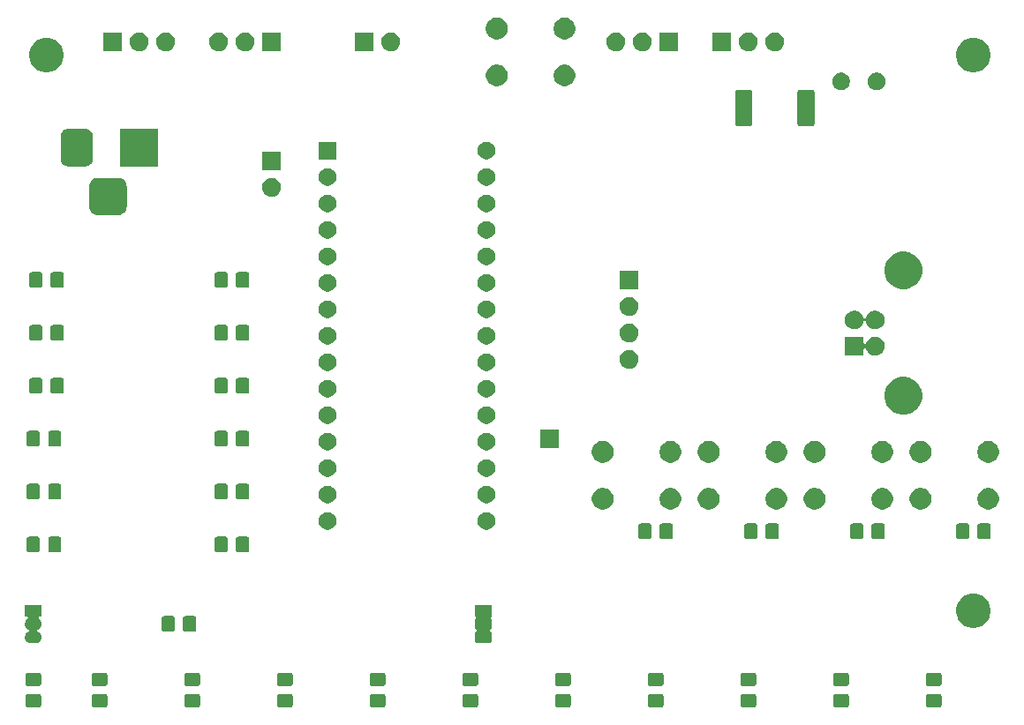
<source format=gbr>
G04 #@! TF.GenerationSoftware,KiCad,Pcbnew,(5.1.5)-3*
G04 #@! TF.CreationDate,2020-01-31T15:08:37+01:00*
G04 #@! TF.ProjectId,Greenkeeper,47726565-6e6b-4656-9570-65722e6b6963,1.0*
G04 #@! TF.SameCoordinates,Original*
G04 #@! TF.FileFunction,Soldermask,Top*
G04 #@! TF.FilePolarity,Negative*
%FSLAX46Y46*%
G04 Gerber Fmt 4.6, Leading zero omitted, Abs format (unit mm)*
G04 Created by KiCad (PCBNEW (5.1.5)-3) date 2020-01-31 15:08:37*
%MOMM*%
%LPD*%
G04 APERTURE LIST*
%ADD10C,0.100000*%
G04 APERTURE END LIST*
D10*
G36*
X174578674Y-122323465D02*
G01*
X174616367Y-122334899D01*
X174651103Y-122353466D01*
X174681548Y-122378452D01*
X174706534Y-122408897D01*
X174725101Y-122443633D01*
X174736535Y-122481326D01*
X174741000Y-122526661D01*
X174741000Y-123363339D01*
X174736535Y-123408674D01*
X174725101Y-123446367D01*
X174706534Y-123481103D01*
X174681548Y-123511548D01*
X174651103Y-123536534D01*
X174616367Y-123555101D01*
X174578674Y-123566535D01*
X174533339Y-123571000D01*
X173446661Y-123571000D01*
X173401326Y-123566535D01*
X173363633Y-123555101D01*
X173328897Y-123536534D01*
X173298452Y-123511548D01*
X173273466Y-123481103D01*
X173254899Y-123446367D01*
X173243465Y-123408674D01*
X173239000Y-123363339D01*
X173239000Y-122526661D01*
X173243465Y-122481326D01*
X173254899Y-122443633D01*
X173273466Y-122408897D01*
X173298452Y-122378452D01*
X173328897Y-122353466D01*
X173363633Y-122334899D01*
X173401326Y-122323465D01*
X173446661Y-122319000D01*
X174533339Y-122319000D01*
X174578674Y-122323465D01*
G37*
G36*
X183468674Y-122323465D02*
G01*
X183506367Y-122334899D01*
X183541103Y-122353466D01*
X183571548Y-122378452D01*
X183596534Y-122408897D01*
X183615101Y-122443633D01*
X183626535Y-122481326D01*
X183631000Y-122526661D01*
X183631000Y-123363339D01*
X183626535Y-123408674D01*
X183615101Y-123446367D01*
X183596534Y-123481103D01*
X183571548Y-123511548D01*
X183541103Y-123536534D01*
X183506367Y-123555101D01*
X183468674Y-123566535D01*
X183423339Y-123571000D01*
X182336661Y-123571000D01*
X182291326Y-123566535D01*
X182253633Y-123555101D01*
X182218897Y-123536534D01*
X182188452Y-123511548D01*
X182163466Y-123481103D01*
X182144899Y-123446367D01*
X182133465Y-123408674D01*
X182129000Y-123363339D01*
X182129000Y-122526661D01*
X182133465Y-122481326D01*
X182144899Y-122443633D01*
X182163466Y-122408897D01*
X182188452Y-122378452D01*
X182218897Y-122353466D01*
X182253633Y-122334899D01*
X182291326Y-122323465D01*
X182336661Y-122319000D01*
X183423339Y-122319000D01*
X183468674Y-122323465D01*
G37*
G36*
X105998674Y-122323465D02*
G01*
X106036367Y-122334899D01*
X106071103Y-122353466D01*
X106101548Y-122378452D01*
X106126534Y-122408897D01*
X106145101Y-122443633D01*
X106156535Y-122481326D01*
X106161000Y-122526661D01*
X106161000Y-123363339D01*
X106156535Y-123408674D01*
X106145101Y-123446367D01*
X106126534Y-123481103D01*
X106101548Y-123511548D01*
X106071103Y-123536534D01*
X106036367Y-123555101D01*
X105998674Y-123566535D01*
X105953339Y-123571000D01*
X104866661Y-123571000D01*
X104821326Y-123566535D01*
X104783633Y-123555101D01*
X104748897Y-123536534D01*
X104718452Y-123511548D01*
X104693466Y-123481103D01*
X104674899Y-123446367D01*
X104663465Y-123408674D01*
X104659000Y-123363339D01*
X104659000Y-122526661D01*
X104663465Y-122481326D01*
X104674899Y-122443633D01*
X104693466Y-122408897D01*
X104718452Y-122378452D01*
X104748897Y-122353466D01*
X104783633Y-122334899D01*
X104821326Y-122323465D01*
X104866661Y-122319000D01*
X105953339Y-122319000D01*
X105998674Y-122323465D01*
G37*
G36*
X121238674Y-122323465D02*
G01*
X121276367Y-122334899D01*
X121311103Y-122353466D01*
X121341548Y-122378452D01*
X121366534Y-122408897D01*
X121385101Y-122443633D01*
X121396535Y-122481326D01*
X121401000Y-122526661D01*
X121401000Y-123363339D01*
X121396535Y-123408674D01*
X121385101Y-123446367D01*
X121366534Y-123481103D01*
X121341548Y-123511548D01*
X121311103Y-123536534D01*
X121276367Y-123555101D01*
X121238674Y-123566535D01*
X121193339Y-123571000D01*
X120106661Y-123571000D01*
X120061326Y-123566535D01*
X120023633Y-123555101D01*
X119988897Y-123536534D01*
X119958452Y-123511548D01*
X119933466Y-123481103D01*
X119914899Y-123446367D01*
X119903465Y-123408674D01*
X119899000Y-123363339D01*
X119899000Y-122526661D01*
X119903465Y-122481326D01*
X119914899Y-122443633D01*
X119933466Y-122408897D01*
X119958452Y-122378452D01*
X119988897Y-122353466D01*
X120023633Y-122334899D01*
X120061326Y-122323465D01*
X120106661Y-122319000D01*
X121193339Y-122319000D01*
X121238674Y-122323465D01*
G37*
G36*
X112348674Y-122323465D02*
G01*
X112386367Y-122334899D01*
X112421103Y-122353466D01*
X112451548Y-122378452D01*
X112476534Y-122408897D01*
X112495101Y-122443633D01*
X112506535Y-122481326D01*
X112511000Y-122526661D01*
X112511000Y-123363339D01*
X112506535Y-123408674D01*
X112495101Y-123446367D01*
X112476534Y-123481103D01*
X112451548Y-123511548D01*
X112421103Y-123536534D01*
X112386367Y-123555101D01*
X112348674Y-123566535D01*
X112303339Y-123571000D01*
X111216661Y-123571000D01*
X111171326Y-123566535D01*
X111133633Y-123555101D01*
X111098897Y-123536534D01*
X111068452Y-123511548D01*
X111043466Y-123481103D01*
X111024899Y-123446367D01*
X111013465Y-123408674D01*
X111009000Y-123363339D01*
X111009000Y-122526661D01*
X111013465Y-122481326D01*
X111024899Y-122443633D01*
X111043466Y-122408897D01*
X111068452Y-122378452D01*
X111098897Y-122353466D01*
X111133633Y-122334899D01*
X111171326Y-122323465D01*
X111216661Y-122319000D01*
X112303339Y-122319000D01*
X112348674Y-122323465D01*
G37*
G36*
X192358674Y-122323465D02*
G01*
X192396367Y-122334899D01*
X192431103Y-122353466D01*
X192461548Y-122378452D01*
X192486534Y-122408897D01*
X192505101Y-122443633D01*
X192516535Y-122481326D01*
X192521000Y-122526661D01*
X192521000Y-123363339D01*
X192516535Y-123408674D01*
X192505101Y-123446367D01*
X192486534Y-123481103D01*
X192461548Y-123511548D01*
X192431103Y-123536534D01*
X192396367Y-123555101D01*
X192358674Y-123566535D01*
X192313339Y-123571000D01*
X191226661Y-123571000D01*
X191181326Y-123566535D01*
X191143633Y-123555101D01*
X191108897Y-123536534D01*
X191078452Y-123511548D01*
X191053466Y-123481103D01*
X191034899Y-123446367D01*
X191023465Y-123408674D01*
X191019000Y-123363339D01*
X191019000Y-122526661D01*
X191023465Y-122481326D01*
X191034899Y-122443633D01*
X191053466Y-122408897D01*
X191078452Y-122378452D01*
X191108897Y-122353466D01*
X191143633Y-122334899D01*
X191181326Y-122323465D01*
X191226661Y-122319000D01*
X192313339Y-122319000D01*
X192358674Y-122323465D01*
G37*
G36*
X139018674Y-122323465D02*
G01*
X139056367Y-122334899D01*
X139091103Y-122353466D01*
X139121548Y-122378452D01*
X139146534Y-122408897D01*
X139165101Y-122443633D01*
X139176535Y-122481326D01*
X139181000Y-122526661D01*
X139181000Y-123363339D01*
X139176535Y-123408674D01*
X139165101Y-123446367D01*
X139146534Y-123481103D01*
X139121548Y-123511548D01*
X139091103Y-123536534D01*
X139056367Y-123555101D01*
X139018674Y-123566535D01*
X138973339Y-123571000D01*
X137886661Y-123571000D01*
X137841326Y-123566535D01*
X137803633Y-123555101D01*
X137768897Y-123536534D01*
X137738452Y-123511548D01*
X137713466Y-123481103D01*
X137694899Y-123446367D01*
X137683465Y-123408674D01*
X137679000Y-123363339D01*
X137679000Y-122526661D01*
X137683465Y-122481326D01*
X137694899Y-122443633D01*
X137713466Y-122408897D01*
X137738452Y-122378452D01*
X137768897Y-122353466D01*
X137803633Y-122334899D01*
X137841326Y-122323465D01*
X137886661Y-122319000D01*
X138973339Y-122319000D01*
X139018674Y-122323465D01*
G37*
G36*
X130128674Y-122323465D02*
G01*
X130166367Y-122334899D01*
X130201103Y-122353466D01*
X130231548Y-122378452D01*
X130256534Y-122408897D01*
X130275101Y-122443633D01*
X130286535Y-122481326D01*
X130291000Y-122526661D01*
X130291000Y-123363339D01*
X130286535Y-123408674D01*
X130275101Y-123446367D01*
X130256534Y-123481103D01*
X130231548Y-123511548D01*
X130201103Y-123536534D01*
X130166367Y-123555101D01*
X130128674Y-123566535D01*
X130083339Y-123571000D01*
X128996661Y-123571000D01*
X128951326Y-123566535D01*
X128913633Y-123555101D01*
X128878897Y-123536534D01*
X128848452Y-123511548D01*
X128823466Y-123481103D01*
X128804899Y-123446367D01*
X128793465Y-123408674D01*
X128789000Y-123363339D01*
X128789000Y-122526661D01*
X128793465Y-122481326D01*
X128804899Y-122443633D01*
X128823466Y-122408897D01*
X128848452Y-122378452D01*
X128878897Y-122353466D01*
X128913633Y-122334899D01*
X128951326Y-122323465D01*
X128996661Y-122319000D01*
X130083339Y-122319000D01*
X130128674Y-122323465D01*
G37*
G36*
X165688674Y-122323465D02*
G01*
X165726367Y-122334899D01*
X165761103Y-122353466D01*
X165791548Y-122378452D01*
X165816534Y-122408897D01*
X165835101Y-122443633D01*
X165846535Y-122481326D01*
X165851000Y-122526661D01*
X165851000Y-123363339D01*
X165846535Y-123408674D01*
X165835101Y-123446367D01*
X165816534Y-123481103D01*
X165791548Y-123511548D01*
X165761103Y-123536534D01*
X165726367Y-123555101D01*
X165688674Y-123566535D01*
X165643339Y-123571000D01*
X164556661Y-123571000D01*
X164511326Y-123566535D01*
X164473633Y-123555101D01*
X164438897Y-123536534D01*
X164408452Y-123511548D01*
X164383466Y-123481103D01*
X164364899Y-123446367D01*
X164353465Y-123408674D01*
X164349000Y-123363339D01*
X164349000Y-122526661D01*
X164353465Y-122481326D01*
X164364899Y-122443633D01*
X164383466Y-122408897D01*
X164408452Y-122378452D01*
X164438897Y-122353466D01*
X164473633Y-122334899D01*
X164511326Y-122323465D01*
X164556661Y-122319000D01*
X165643339Y-122319000D01*
X165688674Y-122323465D01*
G37*
G36*
X147908674Y-122323465D02*
G01*
X147946367Y-122334899D01*
X147981103Y-122353466D01*
X148011548Y-122378452D01*
X148036534Y-122408897D01*
X148055101Y-122443633D01*
X148066535Y-122481326D01*
X148071000Y-122526661D01*
X148071000Y-123363339D01*
X148066535Y-123408674D01*
X148055101Y-123446367D01*
X148036534Y-123481103D01*
X148011548Y-123511548D01*
X147981103Y-123536534D01*
X147946367Y-123555101D01*
X147908674Y-123566535D01*
X147863339Y-123571000D01*
X146776661Y-123571000D01*
X146731326Y-123566535D01*
X146693633Y-123555101D01*
X146658897Y-123536534D01*
X146628452Y-123511548D01*
X146603466Y-123481103D01*
X146584899Y-123446367D01*
X146573465Y-123408674D01*
X146569000Y-123363339D01*
X146569000Y-122526661D01*
X146573465Y-122481326D01*
X146584899Y-122443633D01*
X146603466Y-122408897D01*
X146628452Y-122378452D01*
X146658897Y-122353466D01*
X146693633Y-122334899D01*
X146731326Y-122323465D01*
X146776661Y-122319000D01*
X147863339Y-122319000D01*
X147908674Y-122323465D01*
G37*
G36*
X156798674Y-122323465D02*
G01*
X156836367Y-122334899D01*
X156871103Y-122353466D01*
X156901548Y-122378452D01*
X156926534Y-122408897D01*
X156945101Y-122443633D01*
X156956535Y-122481326D01*
X156961000Y-122526661D01*
X156961000Y-123363339D01*
X156956535Y-123408674D01*
X156945101Y-123446367D01*
X156926534Y-123481103D01*
X156901548Y-123511548D01*
X156871103Y-123536534D01*
X156836367Y-123555101D01*
X156798674Y-123566535D01*
X156753339Y-123571000D01*
X155666661Y-123571000D01*
X155621326Y-123566535D01*
X155583633Y-123555101D01*
X155548897Y-123536534D01*
X155518452Y-123511548D01*
X155493466Y-123481103D01*
X155474899Y-123446367D01*
X155463465Y-123408674D01*
X155459000Y-123363339D01*
X155459000Y-122526661D01*
X155463465Y-122481326D01*
X155474899Y-122443633D01*
X155493466Y-122408897D01*
X155518452Y-122378452D01*
X155548897Y-122353466D01*
X155583633Y-122334899D01*
X155621326Y-122323465D01*
X155666661Y-122319000D01*
X156753339Y-122319000D01*
X156798674Y-122323465D01*
G37*
G36*
X192358674Y-120273465D02*
G01*
X192396367Y-120284899D01*
X192431103Y-120303466D01*
X192461548Y-120328452D01*
X192486534Y-120358897D01*
X192505101Y-120393633D01*
X192516535Y-120431326D01*
X192521000Y-120476661D01*
X192521000Y-121313339D01*
X192516535Y-121358674D01*
X192505101Y-121396367D01*
X192486534Y-121431103D01*
X192461548Y-121461548D01*
X192431103Y-121486534D01*
X192396367Y-121505101D01*
X192358674Y-121516535D01*
X192313339Y-121521000D01*
X191226661Y-121521000D01*
X191181326Y-121516535D01*
X191143633Y-121505101D01*
X191108897Y-121486534D01*
X191078452Y-121461548D01*
X191053466Y-121431103D01*
X191034899Y-121396367D01*
X191023465Y-121358674D01*
X191019000Y-121313339D01*
X191019000Y-120476661D01*
X191023465Y-120431326D01*
X191034899Y-120393633D01*
X191053466Y-120358897D01*
X191078452Y-120328452D01*
X191108897Y-120303466D01*
X191143633Y-120284899D01*
X191181326Y-120273465D01*
X191226661Y-120269000D01*
X192313339Y-120269000D01*
X192358674Y-120273465D01*
G37*
G36*
X165688674Y-120273465D02*
G01*
X165726367Y-120284899D01*
X165761103Y-120303466D01*
X165791548Y-120328452D01*
X165816534Y-120358897D01*
X165835101Y-120393633D01*
X165846535Y-120431326D01*
X165851000Y-120476661D01*
X165851000Y-121313339D01*
X165846535Y-121358674D01*
X165835101Y-121396367D01*
X165816534Y-121431103D01*
X165791548Y-121461548D01*
X165761103Y-121486534D01*
X165726367Y-121505101D01*
X165688674Y-121516535D01*
X165643339Y-121521000D01*
X164556661Y-121521000D01*
X164511326Y-121516535D01*
X164473633Y-121505101D01*
X164438897Y-121486534D01*
X164408452Y-121461548D01*
X164383466Y-121431103D01*
X164364899Y-121396367D01*
X164353465Y-121358674D01*
X164349000Y-121313339D01*
X164349000Y-120476661D01*
X164353465Y-120431326D01*
X164364899Y-120393633D01*
X164383466Y-120358897D01*
X164408452Y-120328452D01*
X164438897Y-120303466D01*
X164473633Y-120284899D01*
X164511326Y-120273465D01*
X164556661Y-120269000D01*
X165643339Y-120269000D01*
X165688674Y-120273465D01*
G37*
G36*
X183468674Y-120273465D02*
G01*
X183506367Y-120284899D01*
X183541103Y-120303466D01*
X183571548Y-120328452D01*
X183596534Y-120358897D01*
X183615101Y-120393633D01*
X183626535Y-120431326D01*
X183631000Y-120476661D01*
X183631000Y-121313339D01*
X183626535Y-121358674D01*
X183615101Y-121396367D01*
X183596534Y-121431103D01*
X183571548Y-121461548D01*
X183541103Y-121486534D01*
X183506367Y-121505101D01*
X183468674Y-121516535D01*
X183423339Y-121521000D01*
X182336661Y-121521000D01*
X182291326Y-121516535D01*
X182253633Y-121505101D01*
X182218897Y-121486534D01*
X182188452Y-121461548D01*
X182163466Y-121431103D01*
X182144899Y-121396367D01*
X182133465Y-121358674D01*
X182129000Y-121313339D01*
X182129000Y-120476661D01*
X182133465Y-120431326D01*
X182144899Y-120393633D01*
X182163466Y-120358897D01*
X182188452Y-120328452D01*
X182218897Y-120303466D01*
X182253633Y-120284899D01*
X182291326Y-120273465D01*
X182336661Y-120269000D01*
X183423339Y-120269000D01*
X183468674Y-120273465D01*
G37*
G36*
X121238674Y-120273465D02*
G01*
X121276367Y-120284899D01*
X121311103Y-120303466D01*
X121341548Y-120328452D01*
X121366534Y-120358897D01*
X121385101Y-120393633D01*
X121396535Y-120431326D01*
X121401000Y-120476661D01*
X121401000Y-121313339D01*
X121396535Y-121358674D01*
X121385101Y-121396367D01*
X121366534Y-121431103D01*
X121341548Y-121461548D01*
X121311103Y-121486534D01*
X121276367Y-121505101D01*
X121238674Y-121516535D01*
X121193339Y-121521000D01*
X120106661Y-121521000D01*
X120061326Y-121516535D01*
X120023633Y-121505101D01*
X119988897Y-121486534D01*
X119958452Y-121461548D01*
X119933466Y-121431103D01*
X119914899Y-121396367D01*
X119903465Y-121358674D01*
X119899000Y-121313339D01*
X119899000Y-120476661D01*
X119903465Y-120431326D01*
X119914899Y-120393633D01*
X119933466Y-120358897D01*
X119958452Y-120328452D01*
X119988897Y-120303466D01*
X120023633Y-120284899D01*
X120061326Y-120273465D01*
X120106661Y-120269000D01*
X121193339Y-120269000D01*
X121238674Y-120273465D01*
G37*
G36*
X112348674Y-120273465D02*
G01*
X112386367Y-120284899D01*
X112421103Y-120303466D01*
X112451548Y-120328452D01*
X112476534Y-120358897D01*
X112495101Y-120393633D01*
X112506535Y-120431326D01*
X112511000Y-120476661D01*
X112511000Y-121313339D01*
X112506535Y-121358674D01*
X112495101Y-121396367D01*
X112476534Y-121431103D01*
X112451548Y-121461548D01*
X112421103Y-121486534D01*
X112386367Y-121505101D01*
X112348674Y-121516535D01*
X112303339Y-121521000D01*
X111216661Y-121521000D01*
X111171326Y-121516535D01*
X111133633Y-121505101D01*
X111098897Y-121486534D01*
X111068452Y-121461548D01*
X111043466Y-121431103D01*
X111024899Y-121396367D01*
X111013465Y-121358674D01*
X111009000Y-121313339D01*
X111009000Y-120476661D01*
X111013465Y-120431326D01*
X111024899Y-120393633D01*
X111043466Y-120358897D01*
X111068452Y-120328452D01*
X111098897Y-120303466D01*
X111133633Y-120284899D01*
X111171326Y-120273465D01*
X111216661Y-120269000D01*
X112303339Y-120269000D01*
X112348674Y-120273465D01*
G37*
G36*
X130128674Y-120273465D02*
G01*
X130166367Y-120284899D01*
X130201103Y-120303466D01*
X130231548Y-120328452D01*
X130256534Y-120358897D01*
X130275101Y-120393633D01*
X130286535Y-120431326D01*
X130291000Y-120476661D01*
X130291000Y-121313339D01*
X130286535Y-121358674D01*
X130275101Y-121396367D01*
X130256534Y-121431103D01*
X130231548Y-121461548D01*
X130201103Y-121486534D01*
X130166367Y-121505101D01*
X130128674Y-121516535D01*
X130083339Y-121521000D01*
X128996661Y-121521000D01*
X128951326Y-121516535D01*
X128913633Y-121505101D01*
X128878897Y-121486534D01*
X128848452Y-121461548D01*
X128823466Y-121431103D01*
X128804899Y-121396367D01*
X128793465Y-121358674D01*
X128789000Y-121313339D01*
X128789000Y-120476661D01*
X128793465Y-120431326D01*
X128804899Y-120393633D01*
X128823466Y-120358897D01*
X128848452Y-120328452D01*
X128878897Y-120303466D01*
X128913633Y-120284899D01*
X128951326Y-120273465D01*
X128996661Y-120269000D01*
X130083339Y-120269000D01*
X130128674Y-120273465D01*
G37*
G36*
X139018674Y-120273465D02*
G01*
X139056367Y-120284899D01*
X139091103Y-120303466D01*
X139121548Y-120328452D01*
X139146534Y-120358897D01*
X139165101Y-120393633D01*
X139176535Y-120431326D01*
X139181000Y-120476661D01*
X139181000Y-121313339D01*
X139176535Y-121358674D01*
X139165101Y-121396367D01*
X139146534Y-121431103D01*
X139121548Y-121461548D01*
X139091103Y-121486534D01*
X139056367Y-121505101D01*
X139018674Y-121516535D01*
X138973339Y-121521000D01*
X137886661Y-121521000D01*
X137841326Y-121516535D01*
X137803633Y-121505101D01*
X137768897Y-121486534D01*
X137738452Y-121461548D01*
X137713466Y-121431103D01*
X137694899Y-121396367D01*
X137683465Y-121358674D01*
X137679000Y-121313339D01*
X137679000Y-120476661D01*
X137683465Y-120431326D01*
X137694899Y-120393633D01*
X137713466Y-120358897D01*
X137738452Y-120328452D01*
X137768897Y-120303466D01*
X137803633Y-120284899D01*
X137841326Y-120273465D01*
X137886661Y-120269000D01*
X138973339Y-120269000D01*
X139018674Y-120273465D01*
G37*
G36*
X147908674Y-120273465D02*
G01*
X147946367Y-120284899D01*
X147981103Y-120303466D01*
X148011548Y-120328452D01*
X148036534Y-120358897D01*
X148055101Y-120393633D01*
X148066535Y-120431326D01*
X148071000Y-120476661D01*
X148071000Y-121313339D01*
X148066535Y-121358674D01*
X148055101Y-121396367D01*
X148036534Y-121431103D01*
X148011548Y-121461548D01*
X147981103Y-121486534D01*
X147946367Y-121505101D01*
X147908674Y-121516535D01*
X147863339Y-121521000D01*
X146776661Y-121521000D01*
X146731326Y-121516535D01*
X146693633Y-121505101D01*
X146658897Y-121486534D01*
X146628452Y-121461548D01*
X146603466Y-121431103D01*
X146584899Y-121396367D01*
X146573465Y-121358674D01*
X146569000Y-121313339D01*
X146569000Y-120476661D01*
X146573465Y-120431326D01*
X146584899Y-120393633D01*
X146603466Y-120358897D01*
X146628452Y-120328452D01*
X146658897Y-120303466D01*
X146693633Y-120284899D01*
X146731326Y-120273465D01*
X146776661Y-120269000D01*
X147863339Y-120269000D01*
X147908674Y-120273465D01*
G37*
G36*
X156798674Y-120273465D02*
G01*
X156836367Y-120284899D01*
X156871103Y-120303466D01*
X156901548Y-120328452D01*
X156926534Y-120358897D01*
X156945101Y-120393633D01*
X156956535Y-120431326D01*
X156961000Y-120476661D01*
X156961000Y-121313339D01*
X156956535Y-121358674D01*
X156945101Y-121396367D01*
X156926534Y-121431103D01*
X156901548Y-121461548D01*
X156871103Y-121486534D01*
X156836367Y-121505101D01*
X156798674Y-121516535D01*
X156753339Y-121521000D01*
X155666661Y-121521000D01*
X155621326Y-121516535D01*
X155583633Y-121505101D01*
X155548897Y-121486534D01*
X155518452Y-121461548D01*
X155493466Y-121431103D01*
X155474899Y-121396367D01*
X155463465Y-121358674D01*
X155459000Y-121313339D01*
X155459000Y-120476661D01*
X155463465Y-120431326D01*
X155474899Y-120393633D01*
X155493466Y-120358897D01*
X155518452Y-120328452D01*
X155548897Y-120303466D01*
X155583633Y-120284899D01*
X155621326Y-120273465D01*
X155666661Y-120269000D01*
X156753339Y-120269000D01*
X156798674Y-120273465D01*
G37*
G36*
X174578674Y-120273465D02*
G01*
X174616367Y-120284899D01*
X174651103Y-120303466D01*
X174681548Y-120328452D01*
X174706534Y-120358897D01*
X174725101Y-120393633D01*
X174736535Y-120431326D01*
X174741000Y-120476661D01*
X174741000Y-121313339D01*
X174736535Y-121358674D01*
X174725101Y-121396367D01*
X174706534Y-121431103D01*
X174681548Y-121461548D01*
X174651103Y-121486534D01*
X174616367Y-121505101D01*
X174578674Y-121516535D01*
X174533339Y-121521000D01*
X173446661Y-121521000D01*
X173401326Y-121516535D01*
X173363633Y-121505101D01*
X173328897Y-121486534D01*
X173298452Y-121461548D01*
X173273466Y-121431103D01*
X173254899Y-121396367D01*
X173243465Y-121358674D01*
X173239000Y-121313339D01*
X173239000Y-120476661D01*
X173243465Y-120431326D01*
X173254899Y-120393633D01*
X173273466Y-120358897D01*
X173298452Y-120328452D01*
X173328897Y-120303466D01*
X173363633Y-120284899D01*
X173401326Y-120273465D01*
X173446661Y-120269000D01*
X174533339Y-120269000D01*
X174578674Y-120273465D01*
G37*
G36*
X105998674Y-120273465D02*
G01*
X106036367Y-120284899D01*
X106071103Y-120303466D01*
X106101548Y-120328452D01*
X106126534Y-120358897D01*
X106145101Y-120393633D01*
X106156535Y-120431326D01*
X106161000Y-120476661D01*
X106161000Y-121313339D01*
X106156535Y-121358674D01*
X106145101Y-121396367D01*
X106126534Y-121431103D01*
X106101548Y-121461548D01*
X106071103Y-121486534D01*
X106036367Y-121505101D01*
X105998674Y-121516535D01*
X105953339Y-121521000D01*
X104866661Y-121521000D01*
X104821326Y-121516535D01*
X104783633Y-121505101D01*
X104748897Y-121486534D01*
X104718452Y-121461548D01*
X104693466Y-121431103D01*
X104674899Y-121396367D01*
X104663465Y-121358674D01*
X104659000Y-121313339D01*
X104659000Y-120476661D01*
X104663465Y-120431326D01*
X104674899Y-120393633D01*
X104693466Y-120358897D01*
X104718452Y-120328452D01*
X104748897Y-120303466D01*
X104783633Y-120284899D01*
X104821326Y-120273465D01*
X104866661Y-120269000D01*
X105953339Y-120269000D01*
X105998674Y-120273465D01*
G37*
G36*
X106211000Y-114876000D02*
G01*
X106046660Y-114876000D01*
X106022274Y-114878402D01*
X105998825Y-114885515D01*
X105977214Y-114897066D01*
X105958272Y-114912611D01*
X105942727Y-114931553D01*
X105931176Y-114953164D01*
X105924063Y-114976613D01*
X105921661Y-115000999D01*
X105924063Y-115025385D01*
X105931176Y-115048834D01*
X105942727Y-115070445D01*
X105958272Y-115089387D01*
X105967345Y-115097609D01*
X106044264Y-115160736D01*
X106116244Y-115248443D01*
X106134180Y-115282000D01*
X106169728Y-115348505D01*
X106169729Y-115348508D01*
X106202666Y-115457084D01*
X106213787Y-115570000D01*
X106202666Y-115682916D01*
X106178342Y-115763098D01*
X106169728Y-115791495D01*
X106150429Y-115827601D01*
X106116244Y-115891557D01*
X106044264Y-115979264D01*
X105956557Y-116051244D01*
X105875141Y-116094761D01*
X105854766Y-116108375D01*
X105837439Y-116125702D01*
X105823826Y-116146076D01*
X105814448Y-116168715D01*
X105809668Y-116192748D01*
X105809668Y-116217252D01*
X105814448Y-116241285D01*
X105823826Y-116263924D01*
X105837440Y-116284299D01*
X105854767Y-116301626D01*
X105875141Y-116315239D01*
X105956557Y-116358756D01*
X106044264Y-116430736D01*
X106116244Y-116518443D01*
X106134180Y-116552000D01*
X106169728Y-116618505D01*
X106169729Y-116618508D01*
X106202666Y-116727084D01*
X106213787Y-116840000D01*
X106202666Y-116952916D01*
X106169729Y-117061492D01*
X106169728Y-117061495D01*
X106150429Y-117097601D01*
X106116244Y-117161557D01*
X106044264Y-117249264D01*
X105956557Y-117321244D01*
X105903646Y-117349525D01*
X105856495Y-117374728D01*
X105856492Y-117374729D01*
X105747916Y-117407666D01*
X105663298Y-117416000D01*
X105156702Y-117416000D01*
X105072084Y-117407666D01*
X104963508Y-117374729D01*
X104963505Y-117374728D01*
X104916354Y-117349525D01*
X104863443Y-117321244D01*
X104775736Y-117249264D01*
X104703756Y-117161557D01*
X104669571Y-117097601D01*
X104650272Y-117061495D01*
X104650271Y-117061492D01*
X104617334Y-116952916D01*
X104606213Y-116840000D01*
X104617334Y-116727084D01*
X104650271Y-116618508D01*
X104650272Y-116618505D01*
X104685820Y-116552000D01*
X104703756Y-116518443D01*
X104775736Y-116430736D01*
X104863443Y-116358756D01*
X104944859Y-116315239D01*
X104965234Y-116301625D01*
X104982561Y-116284298D01*
X104996174Y-116263924D01*
X105005552Y-116241285D01*
X105010332Y-116217252D01*
X105010332Y-116192748D01*
X105005552Y-116168715D01*
X104996174Y-116146076D01*
X104982560Y-116125701D01*
X104965233Y-116108374D01*
X104944859Y-116094761D01*
X104863443Y-116051244D01*
X104775736Y-115979264D01*
X104703756Y-115891557D01*
X104669571Y-115827601D01*
X104650272Y-115791495D01*
X104641658Y-115763098D01*
X104617334Y-115682916D01*
X104606213Y-115570000D01*
X104617334Y-115457084D01*
X104650271Y-115348508D01*
X104650272Y-115348505D01*
X104685820Y-115282000D01*
X104703756Y-115248443D01*
X104775736Y-115160736D01*
X104852646Y-115097617D01*
X104869965Y-115080298D01*
X104883579Y-115059923D01*
X104892957Y-115037284D01*
X104897737Y-115013251D01*
X104897737Y-114988747D01*
X104892957Y-114964714D01*
X104883579Y-114942075D01*
X104869966Y-114921701D01*
X104852639Y-114904374D01*
X104832264Y-114890760D01*
X104809625Y-114881382D01*
X104785592Y-114876602D01*
X104773340Y-114876000D01*
X104609000Y-114876000D01*
X104609000Y-113724000D01*
X106211000Y-113724000D01*
X106211000Y-114876000D01*
G37*
G36*
X149391000Y-114885085D02*
G01*
X149389583Y-114885515D01*
X149367972Y-114897066D01*
X149349030Y-114912611D01*
X149333485Y-114931553D01*
X149321934Y-114953164D01*
X149314821Y-114976613D01*
X149312419Y-115000999D01*
X149314821Y-115025385D01*
X149321934Y-115048834D01*
X149333485Y-115070445D01*
X149340793Y-115080298D01*
X149352494Y-115094556D01*
X149373275Y-115133434D01*
X149386074Y-115175627D01*
X149391000Y-115225641D01*
X149391000Y-115914359D01*
X149386074Y-115964373D01*
X149373275Y-116006566D01*
X149352494Y-116045444D01*
X149324525Y-116079525D01*
X149289371Y-116108375D01*
X149272044Y-116125702D01*
X149258431Y-116146076D01*
X149249053Y-116168715D01*
X149244273Y-116192748D01*
X149244273Y-116217253D01*
X149249054Y-116241286D01*
X149258431Y-116263925D01*
X149272045Y-116284299D01*
X149289371Y-116301625D01*
X149324525Y-116330475D01*
X149352494Y-116364556D01*
X149373275Y-116403434D01*
X149386074Y-116445627D01*
X149391000Y-116495641D01*
X149391000Y-117184359D01*
X149386074Y-117234373D01*
X149373275Y-117276566D01*
X149352494Y-117315444D01*
X149324525Y-117349525D01*
X149290444Y-117377494D01*
X149251566Y-117398275D01*
X149209373Y-117411074D01*
X149159359Y-117416000D01*
X148020641Y-117416000D01*
X147970627Y-117411074D01*
X147928434Y-117398275D01*
X147889556Y-117377494D01*
X147855475Y-117349525D01*
X147827506Y-117315444D01*
X147806725Y-117276566D01*
X147793926Y-117234373D01*
X147789000Y-117184359D01*
X147789000Y-116495641D01*
X147793926Y-116445627D01*
X147806725Y-116403434D01*
X147827506Y-116364556D01*
X147855475Y-116330475D01*
X147890629Y-116301625D01*
X147907956Y-116284298D01*
X147921569Y-116263924D01*
X147930947Y-116241285D01*
X147935727Y-116217252D01*
X147935727Y-116192747D01*
X147930946Y-116168714D01*
X147921569Y-116146075D01*
X147907955Y-116125701D01*
X147890629Y-116108375D01*
X147855475Y-116079525D01*
X147827506Y-116045444D01*
X147806725Y-116006566D01*
X147793926Y-115964373D01*
X147789000Y-115914359D01*
X147789000Y-115225641D01*
X147793926Y-115175627D01*
X147806725Y-115133434D01*
X147827506Y-115094556D01*
X147839207Y-115080298D01*
X147852821Y-115059924D01*
X147862198Y-115037285D01*
X147866979Y-115013252D01*
X147866979Y-114988748D01*
X147862199Y-114964714D01*
X147852822Y-114942075D01*
X147839208Y-114921701D01*
X147821881Y-114904374D01*
X147801507Y-114890760D01*
X147789000Y-114885580D01*
X147789000Y-113724000D01*
X149391000Y-113724000D01*
X149391000Y-114885085D01*
G37*
G36*
X118818674Y-114823465D02*
G01*
X118856367Y-114834899D01*
X118891103Y-114853466D01*
X118921548Y-114878452D01*
X118946534Y-114908897D01*
X118965101Y-114943633D01*
X118976535Y-114981326D01*
X118981000Y-115026661D01*
X118981000Y-116113339D01*
X118976535Y-116158674D01*
X118965101Y-116196367D01*
X118946534Y-116231103D01*
X118921548Y-116261548D01*
X118891103Y-116286534D01*
X118856367Y-116305101D01*
X118818674Y-116316535D01*
X118773339Y-116321000D01*
X117936661Y-116321000D01*
X117891326Y-116316535D01*
X117853633Y-116305101D01*
X117818897Y-116286534D01*
X117788452Y-116261548D01*
X117763466Y-116231103D01*
X117744899Y-116196367D01*
X117733465Y-116158674D01*
X117729000Y-116113339D01*
X117729000Y-115026661D01*
X117733465Y-114981326D01*
X117744899Y-114943633D01*
X117763466Y-114908897D01*
X117788452Y-114878452D01*
X117818897Y-114853466D01*
X117853633Y-114834899D01*
X117891326Y-114823465D01*
X117936661Y-114819000D01*
X118773339Y-114819000D01*
X118818674Y-114823465D01*
G37*
G36*
X120868674Y-114823465D02*
G01*
X120906367Y-114834899D01*
X120941103Y-114853466D01*
X120971548Y-114878452D01*
X120996534Y-114908897D01*
X121015101Y-114943633D01*
X121026535Y-114981326D01*
X121031000Y-115026661D01*
X121031000Y-116113339D01*
X121026535Y-116158674D01*
X121015101Y-116196367D01*
X120996534Y-116231103D01*
X120971548Y-116261548D01*
X120941103Y-116286534D01*
X120906367Y-116305101D01*
X120868674Y-116316535D01*
X120823339Y-116321000D01*
X119986661Y-116321000D01*
X119941326Y-116316535D01*
X119903633Y-116305101D01*
X119868897Y-116286534D01*
X119838452Y-116261548D01*
X119813466Y-116231103D01*
X119794899Y-116196367D01*
X119783465Y-116158674D01*
X119779000Y-116113339D01*
X119779000Y-115026661D01*
X119783465Y-114981326D01*
X119794899Y-114943633D01*
X119813466Y-114908897D01*
X119838452Y-114878452D01*
X119868897Y-114853466D01*
X119903633Y-114834899D01*
X119941326Y-114823465D01*
X119986661Y-114819000D01*
X120823339Y-114819000D01*
X120868674Y-114823465D01*
G37*
G36*
X195955256Y-112691298D02*
G01*
X196061579Y-112712447D01*
X196362042Y-112836903D01*
X196632451Y-113017585D01*
X196862415Y-113247549D01*
X197043097Y-113517958D01*
X197167553Y-113818421D01*
X197231000Y-114137391D01*
X197231000Y-114462609D01*
X197167553Y-114781579D01*
X197101073Y-114942075D01*
X197043820Y-115080298D01*
X197043097Y-115082042D01*
X196862415Y-115352451D01*
X196632451Y-115582415D01*
X196362042Y-115763097D01*
X196362041Y-115763098D01*
X196362040Y-115763098D01*
X196293483Y-115791495D01*
X196061579Y-115887553D01*
X195955256Y-115908702D01*
X195742611Y-115951000D01*
X195417389Y-115951000D01*
X195204744Y-115908702D01*
X195098421Y-115887553D01*
X194866517Y-115791495D01*
X194797960Y-115763098D01*
X194797959Y-115763098D01*
X194797958Y-115763097D01*
X194527549Y-115582415D01*
X194297585Y-115352451D01*
X194116903Y-115082042D01*
X194116181Y-115080298D01*
X194058927Y-114942075D01*
X193992447Y-114781579D01*
X193929000Y-114462609D01*
X193929000Y-114137391D01*
X193992447Y-113818421D01*
X194116903Y-113517958D01*
X194297585Y-113247549D01*
X194527549Y-113017585D01*
X194797958Y-112836903D01*
X195098421Y-112712447D01*
X195204744Y-112691298D01*
X195417389Y-112649000D01*
X195742611Y-112649000D01*
X195955256Y-112691298D01*
G37*
G36*
X123898674Y-107203465D02*
G01*
X123936367Y-107214899D01*
X123971103Y-107233466D01*
X124001548Y-107258452D01*
X124026534Y-107288897D01*
X124045101Y-107323633D01*
X124056535Y-107361326D01*
X124061000Y-107406661D01*
X124061000Y-108493339D01*
X124056535Y-108538674D01*
X124045101Y-108576367D01*
X124026534Y-108611103D01*
X124001548Y-108641548D01*
X123971103Y-108666534D01*
X123936367Y-108685101D01*
X123898674Y-108696535D01*
X123853339Y-108701000D01*
X123016661Y-108701000D01*
X122971326Y-108696535D01*
X122933633Y-108685101D01*
X122898897Y-108666534D01*
X122868452Y-108641548D01*
X122843466Y-108611103D01*
X122824899Y-108576367D01*
X122813465Y-108538674D01*
X122809000Y-108493339D01*
X122809000Y-107406661D01*
X122813465Y-107361326D01*
X122824899Y-107323633D01*
X122843466Y-107288897D01*
X122868452Y-107258452D01*
X122898897Y-107233466D01*
X122933633Y-107214899D01*
X122971326Y-107203465D01*
X123016661Y-107199000D01*
X123853339Y-107199000D01*
X123898674Y-107203465D01*
G37*
G36*
X105873674Y-107203465D02*
G01*
X105911367Y-107214899D01*
X105946103Y-107233466D01*
X105976548Y-107258452D01*
X106001534Y-107288897D01*
X106020101Y-107323633D01*
X106031535Y-107361326D01*
X106036000Y-107406661D01*
X106036000Y-108493339D01*
X106031535Y-108538674D01*
X106020101Y-108576367D01*
X106001534Y-108611103D01*
X105976548Y-108641548D01*
X105946103Y-108666534D01*
X105911367Y-108685101D01*
X105873674Y-108696535D01*
X105828339Y-108701000D01*
X104991661Y-108701000D01*
X104946326Y-108696535D01*
X104908633Y-108685101D01*
X104873897Y-108666534D01*
X104843452Y-108641548D01*
X104818466Y-108611103D01*
X104799899Y-108576367D01*
X104788465Y-108538674D01*
X104784000Y-108493339D01*
X104784000Y-107406661D01*
X104788465Y-107361326D01*
X104799899Y-107323633D01*
X104818466Y-107288897D01*
X104843452Y-107258452D01*
X104873897Y-107233466D01*
X104908633Y-107214899D01*
X104946326Y-107203465D01*
X104991661Y-107199000D01*
X105828339Y-107199000D01*
X105873674Y-107203465D01*
G37*
G36*
X107923674Y-107203465D02*
G01*
X107961367Y-107214899D01*
X107996103Y-107233466D01*
X108026548Y-107258452D01*
X108051534Y-107288897D01*
X108070101Y-107323633D01*
X108081535Y-107361326D01*
X108086000Y-107406661D01*
X108086000Y-108493339D01*
X108081535Y-108538674D01*
X108070101Y-108576367D01*
X108051534Y-108611103D01*
X108026548Y-108641548D01*
X107996103Y-108666534D01*
X107961367Y-108685101D01*
X107923674Y-108696535D01*
X107878339Y-108701000D01*
X107041661Y-108701000D01*
X106996326Y-108696535D01*
X106958633Y-108685101D01*
X106923897Y-108666534D01*
X106893452Y-108641548D01*
X106868466Y-108611103D01*
X106849899Y-108576367D01*
X106838465Y-108538674D01*
X106834000Y-108493339D01*
X106834000Y-107406661D01*
X106838465Y-107361326D01*
X106849899Y-107323633D01*
X106868466Y-107288897D01*
X106893452Y-107258452D01*
X106923897Y-107233466D01*
X106958633Y-107214899D01*
X106996326Y-107203465D01*
X107041661Y-107199000D01*
X107878339Y-107199000D01*
X107923674Y-107203465D01*
G37*
G36*
X125948674Y-107203465D02*
G01*
X125986367Y-107214899D01*
X126021103Y-107233466D01*
X126051548Y-107258452D01*
X126076534Y-107288897D01*
X126095101Y-107323633D01*
X126106535Y-107361326D01*
X126111000Y-107406661D01*
X126111000Y-108493339D01*
X126106535Y-108538674D01*
X126095101Y-108576367D01*
X126076534Y-108611103D01*
X126051548Y-108641548D01*
X126021103Y-108666534D01*
X125986367Y-108685101D01*
X125948674Y-108696535D01*
X125903339Y-108701000D01*
X125066661Y-108701000D01*
X125021326Y-108696535D01*
X124983633Y-108685101D01*
X124948897Y-108666534D01*
X124918452Y-108641548D01*
X124893466Y-108611103D01*
X124874899Y-108576367D01*
X124863465Y-108538674D01*
X124859000Y-108493339D01*
X124859000Y-107406661D01*
X124863465Y-107361326D01*
X124874899Y-107323633D01*
X124893466Y-107288897D01*
X124918452Y-107258452D01*
X124948897Y-107233466D01*
X124983633Y-107214899D01*
X125021326Y-107203465D01*
X125066661Y-107199000D01*
X125903339Y-107199000D01*
X125948674Y-107203465D01*
G37*
G36*
X195018674Y-105933465D02*
G01*
X195056367Y-105944899D01*
X195091103Y-105963466D01*
X195121548Y-105988452D01*
X195146534Y-106018897D01*
X195165101Y-106053633D01*
X195176535Y-106091326D01*
X195181000Y-106136661D01*
X195181000Y-107223339D01*
X195176535Y-107268674D01*
X195165101Y-107306367D01*
X195146534Y-107341103D01*
X195121548Y-107371548D01*
X195091103Y-107396534D01*
X195056367Y-107415101D01*
X195018674Y-107426535D01*
X194973339Y-107431000D01*
X194136661Y-107431000D01*
X194091326Y-107426535D01*
X194053633Y-107415101D01*
X194018897Y-107396534D01*
X193988452Y-107371548D01*
X193963466Y-107341103D01*
X193944899Y-107306367D01*
X193933465Y-107268674D01*
X193929000Y-107223339D01*
X193929000Y-106136661D01*
X193933465Y-106091326D01*
X193944899Y-106053633D01*
X193963466Y-106018897D01*
X193988452Y-105988452D01*
X194018897Y-105963466D01*
X194053633Y-105944899D01*
X194091326Y-105933465D01*
X194136661Y-105929000D01*
X194973339Y-105929000D01*
X195018674Y-105933465D01*
G37*
G36*
X197068674Y-105933465D02*
G01*
X197106367Y-105944899D01*
X197141103Y-105963466D01*
X197171548Y-105988452D01*
X197196534Y-106018897D01*
X197215101Y-106053633D01*
X197226535Y-106091326D01*
X197231000Y-106136661D01*
X197231000Y-107223339D01*
X197226535Y-107268674D01*
X197215101Y-107306367D01*
X197196534Y-107341103D01*
X197171548Y-107371548D01*
X197141103Y-107396534D01*
X197106367Y-107415101D01*
X197068674Y-107426535D01*
X197023339Y-107431000D01*
X196186661Y-107431000D01*
X196141326Y-107426535D01*
X196103633Y-107415101D01*
X196068897Y-107396534D01*
X196038452Y-107371548D01*
X196013466Y-107341103D01*
X195994899Y-107306367D01*
X195983465Y-107268674D01*
X195979000Y-107223339D01*
X195979000Y-106136661D01*
X195983465Y-106091326D01*
X195994899Y-106053633D01*
X196013466Y-106018897D01*
X196038452Y-105988452D01*
X196068897Y-105963466D01*
X196103633Y-105944899D01*
X196141326Y-105933465D01*
X196186661Y-105929000D01*
X197023339Y-105929000D01*
X197068674Y-105933465D01*
G37*
G36*
X186908674Y-105933465D02*
G01*
X186946367Y-105944899D01*
X186981103Y-105963466D01*
X187011548Y-105988452D01*
X187036534Y-106018897D01*
X187055101Y-106053633D01*
X187066535Y-106091326D01*
X187071000Y-106136661D01*
X187071000Y-107223339D01*
X187066535Y-107268674D01*
X187055101Y-107306367D01*
X187036534Y-107341103D01*
X187011548Y-107371548D01*
X186981103Y-107396534D01*
X186946367Y-107415101D01*
X186908674Y-107426535D01*
X186863339Y-107431000D01*
X186026661Y-107431000D01*
X185981326Y-107426535D01*
X185943633Y-107415101D01*
X185908897Y-107396534D01*
X185878452Y-107371548D01*
X185853466Y-107341103D01*
X185834899Y-107306367D01*
X185823465Y-107268674D01*
X185819000Y-107223339D01*
X185819000Y-106136661D01*
X185823465Y-106091326D01*
X185834899Y-106053633D01*
X185853466Y-106018897D01*
X185878452Y-105988452D01*
X185908897Y-105963466D01*
X185943633Y-105944899D01*
X185981326Y-105933465D01*
X186026661Y-105929000D01*
X186863339Y-105929000D01*
X186908674Y-105933465D01*
G37*
G36*
X184858674Y-105933465D02*
G01*
X184896367Y-105944899D01*
X184931103Y-105963466D01*
X184961548Y-105988452D01*
X184986534Y-106018897D01*
X185005101Y-106053633D01*
X185016535Y-106091326D01*
X185021000Y-106136661D01*
X185021000Y-107223339D01*
X185016535Y-107268674D01*
X185005101Y-107306367D01*
X184986534Y-107341103D01*
X184961548Y-107371548D01*
X184931103Y-107396534D01*
X184896367Y-107415101D01*
X184858674Y-107426535D01*
X184813339Y-107431000D01*
X183976661Y-107431000D01*
X183931326Y-107426535D01*
X183893633Y-107415101D01*
X183858897Y-107396534D01*
X183828452Y-107371548D01*
X183803466Y-107341103D01*
X183784899Y-107306367D01*
X183773465Y-107268674D01*
X183769000Y-107223339D01*
X183769000Y-106136661D01*
X183773465Y-106091326D01*
X183784899Y-106053633D01*
X183803466Y-106018897D01*
X183828452Y-105988452D01*
X183858897Y-105963466D01*
X183893633Y-105944899D01*
X183931326Y-105933465D01*
X183976661Y-105929000D01*
X184813339Y-105929000D01*
X184858674Y-105933465D01*
G37*
G36*
X176748674Y-105933465D02*
G01*
X176786367Y-105944899D01*
X176821103Y-105963466D01*
X176851548Y-105988452D01*
X176876534Y-106018897D01*
X176895101Y-106053633D01*
X176906535Y-106091326D01*
X176911000Y-106136661D01*
X176911000Y-107223339D01*
X176906535Y-107268674D01*
X176895101Y-107306367D01*
X176876534Y-107341103D01*
X176851548Y-107371548D01*
X176821103Y-107396534D01*
X176786367Y-107415101D01*
X176748674Y-107426535D01*
X176703339Y-107431000D01*
X175866661Y-107431000D01*
X175821326Y-107426535D01*
X175783633Y-107415101D01*
X175748897Y-107396534D01*
X175718452Y-107371548D01*
X175693466Y-107341103D01*
X175674899Y-107306367D01*
X175663465Y-107268674D01*
X175659000Y-107223339D01*
X175659000Y-106136661D01*
X175663465Y-106091326D01*
X175674899Y-106053633D01*
X175693466Y-106018897D01*
X175718452Y-105988452D01*
X175748897Y-105963466D01*
X175783633Y-105944899D01*
X175821326Y-105933465D01*
X175866661Y-105929000D01*
X176703339Y-105929000D01*
X176748674Y-105933465D01*
G37*
G36*
X174698674Y-105933465D02*
G01*
X174736367Y-105944899D01*
X174771103Y-105963466D01*
X174801548Y-105988452D01*
X174826534Y-106018897D01*
X174845101Y-106053633D01*
X174856535Y-106091326D01*
X174861000Y-106136661D01*
X174861000Y-107223339D01*
X174856535Y-107268674D01*
X174845101Y-107306367D01*
X174826534Y-107341103D01*
X174801548Y-107371548D01*
X174771103Y-107396534D01*
X174736367Y-107415101D01*
X174698674Y-107426535D01*
X174653339Y-107431000D01*
X173816661Y-107431000D01*
X173771326Y-107426535D01*
X173733633Y-107415101D01*
X173698897Y-107396534D01*
X173668452Y-107371548D01*
X173643466Y-107341103D01*
X173624899Y-107306367D01*
X173613465Y-107268674D01*
X173609000Y-107223339D01*
X173609000Y-106136661D01*
X173613465Y-106091326D01*
X173624899Y-106053633D01*
X173643466Y-106018897D01*
X173668452Y-105988452D01*
X173698897Y-105963466D01*
X173733633Y-105944899D01*
X173771326Y-105933465D01*
X173816661Y-105929000D01*
X174653339Y-105929000D01*
X174698674Y-105933465D01*
G37*
G36*
X166588674Y-105933465D02*
G01*
X166626367Y-105944899D01*
X166661103Y-105963466D01*
X166691548Y-105988452D01*
X166716534Y-106018897D01*
X166735101Y-106053633D01*
X166746535Y-106091326D01*
X166751000Y-106136661D01*
X166751000Y-107223339D01*
X166746535Y-107268674D01*
X166735101Y-107306367D01*
X166716534Y-107341103D01*
X166691548Y-107371548D01*
X166661103Y-107396534D01*
X166626367Y-107415101D01*
X166588674Y-107426535D01*
X166543339Y-107431000D01*
X165706661Y-107431000D01*
X165661326Y-107426535D01*
X165623633Y-107415101D01*
X165588897Y-107396534D01*
X165558452Y-107371548D01*
X165533466Y-107341103D01*
X165514899Y-107306367D01*
X165503465Y-107268674D01*
X165499000Y-107223339D01*
X165499000Y-106136661D01*
X165503465Y-106091326D01*
X165514899Y-106053633D01*
X165533466Y-106018897D01*
X165558452Y-105988452D01*
X165588897Y-105963466D01*
X165623633Y-105944899D01*
X165661326Y-105933465D01*
X165706661Y-105929000D01*
X166543339Y-105929000D01*
X166588674Y-105933465D01*
G37*
G36*
X164538674Y-105933465D02*
G01*
X164576367Y-105944899D01*
X164611103Y-105963466D01*
X164641548Y-105988452D01*
X164666534Y-106018897D01*
X164685101Y-106053633D01*
X164696535Y-106091326D01*
X164701000Y-106136661D01*
X164701000Y-107223339D01*
X164696535Y-107268674D01*
X164685101Y-107306367D01*
X164666534Y-107341103D01*
X164641548Y-107371548D01*
X164611103Y-107396534D01*
X164576367Y-107415101D01*
X164538674Y-107426535D01*
X164493339Y-107431000D01*
X163656661Y-107431000D01*
X163611326Y-107426535D01*
X163573633Y-107415101D01*
X163538897Y-107396534D01*
X163508452Y-107371548D01*
X163483466Y-107341103D01*
X163464899Y-107306367D01*
X163453465Y-107268674D01*
X163449000Y-107223339D01*
X163449000Y-106136661D01*
X163453465Y-106091326D01*
X163464899Y-106053633D01*
X163483466Y-106018897D01*
X163508452Y-105988452D01*
X163538897Y-105963466D01*
X163573633Y-105944899D01*
X163611326Y-105933465D01*
X163656661Y-105929000D01*
X164493339Y-105929000D01*
X164538674Y-105933465D01*
G37*
G36*
X133883229Y-104866704D02*
G01*
X134038101Y-104930854D01*
X134177482Y-105023986D01*
X134296016Y-105142520D01*
X134389148Y-105281901D01*
X134453298Y-105436773D01*
X134486001Y-105601185D01*
X134486001Y-105768817D01*
X134453298Y-105933229D01*
X134389148Y-106088101D01*
X134296016Y-106227482D01*
X134177482Y-106346016D01*
X134038101Y-106439148D01*
X133883229Y-106503298D01*
X133718817Y-106536001D01*
X133551185Y-106536001D01*
X133386773Y-106503298D01*
X133231901Y-106439148D01*
X133092520Y-106346016D01*
X132973986Y-106227482D01*
X132880854Y-106088101D01*
X132816704Y-105933229D01*
X132784001Y-105768817D01*
X132784001Y-105601185D01*
X132816704Y-105436773D01*
X132880854Y-105281901D01*
X132973986Y-105142520D01*
X133092520Y-105023986D01*
X133231901Y-104930854D01*
X133386773Y-104866704D01*
X133551185Y-104834001D01*
X133718817Y-104834001D01*
X133883229Y-104866704D01*
G37*
G36*
X149123229Y-104866704D02*
G01*
X149278101Y-104930854D01*
X149417482Y-105023986D01*
X149536016Y-105142520D01*
X149629148Y-105281901D01*
X149693298Y-105436773D01*
X149726001Y-105601185D01*
X149726001Y-105768817D01*
X149693298Y-105933229D01*
X149629148Y-106088101D01*
X149536016Y-106227482D01*
X149417482Y-106346016D01*
X149278101Y-106439148D01*
X149123229Y-106503298D01*
X148958817Y-106536001D01*
X148791185Y-106536001D01*
X148626773Y-106503298D01*
X148471901Y-106439148D01*
X148332520Y-106346016D01*
X148213986Y-106227482D01*
X148120854Y-106088101D01*
X148056704Y-105933229D01*
X148024001Y-105768817D01*
X148024001Y-105601185D01*
X148056704Y-105436773D01*
X148120854Y-105281901D01*
X148213986Y-105142520D01*
X148332520Y-105023986D01*
X148471901Y-104930854D01*
X148626773Y-104866704D01*
X148791185Y-104834001D01*
X148958817Y-104834001D01*
X149123229Y-104866704D01*
G37*
G36*
X176986564Y-102549389D02*
G01*
X177114836Y-102602521D01*
X177177835Y-102628616D01*
X177347378Y-102741901D01*
X177349973Y-102743635D01*
X177496365Y-102890027D01*
X177611385Y-103062167D01*
X177690611Y-103253436D01*
X177731000Y-103456484D01*
X177731000Y-103663516D01*
X177690611Y-103866564D01*
X177611385Y-104057833D01*
X177611384Y-104057835D01*
X177496365Y-104229973D01*
X177349973Y-104376365D01*
X177177835Y-104491384D01*
X177177834Y-104491385D01*
X177177833Y-104491385D01*
X176986564Y-104570611D01*
X176783516Y-104611000D01*
X176576484Y-104611000D01*
X176373436Y-104570611D01*
X176182167Y-104491385D01*
X176182166Y-104491385D01*
X176182165Y-104491384D01*
X176010027Y-104376365D01*
X175863635Y-104229973D01*
X175748616Y-104057835D01*
X175748615Y-104057833D01*
X175669389Y-103866564D01*
X175629000Y-103663516D01*
X175629000Y-103456484D01*
X175669389Y-103253436D01*
X175748615Y-103062167D01*
X175863635Y-102890027D01*
X176010027Y-102743635D01*
X176012622Y-102741901D01*
X176182165Y-102628616D01*
X176245164Y-102602521D01*
X176373436Y-102549389D01*
X176576484Y-102509000D01*
X176783516Y-102509000D01*
X176986564Y-102549389D01*
G37*
G36*
X197306564Y-102549389D02*
G01*
X197434836Y-102602521D01*
X197497835Y-102628616D01*
X197667378Y-102741901D01*
X197669973Y-102743635D01*
X197816365Y-102890027D01*
X197931385Y-103062167D01*
X198010611Y-103253436D01*
X198051000Y-103456484D01*
X198051000Y-103663516D01*
X198010611Y-103866564D01*
X197931385Y-104057833D01*
X197931384Y-104057835D01*
X197816365Y-104229973D01*
X197669973Y-104376365D01*
X197497835Y-104491384D01*
X197497834Y-104491385D01*
X197497833Y-104491385D01*
X197306564Y-104570611D01*
X197103516Y-104611000D01*
X196896484Y-104611000D01*
X196693436Y-104570611D01*
X196502167Y-104491385D01*
X196502166Y-104491385D01*
X196502165Y-104491384D01*
X196330027Y-104376365D01*
X196183635Y-104229973D01*
X196068616Y-104057835D01*
X196068615Y-104057833D01*
X195989389Y-103866564D01*
X195949000Y-103663516D01*
X195949000Y-103456484D01*
X195989389Y-103253436D01*
X196068615Y-103062167D01*
X196183635Y-102890027D01*
X196330027Y-102743635D01*
X196332622Y-102741901D01*
X196502165Y-102628616D01*
X196565164Y-102602521D01*
X196693436Y-102549389D01*
X196896484Y-102509000D01*
X197103516Y-102509000D01*
X197306564Y-102549389D01*
G37*
G36*
X166826564Y-102549389D02*
G01*
X166954836Y-102602521D01*
X167017835Y-102628616D01*
X167187378Y-102741901D01*
X167189973Y-102743635D01*
X167336365Y-102890027D01*
X167451385Y-103062167D01*
X167530611Y-103253436D01*
X167571000Y-103456484D01*
X167571000Y-103663516D01*
X167530611Y-103866564D01*
X167451385Y-104057833D01*
X167451384Y-104057835D01*
X167336365Y-104229973D01*
X167189973Y-104376365D01*
X167017835Y-104491384D01*
X167017834Y-104491385D01*
X167017833Y-104491385D01*
X166826564Y-104570611D01*
X166623516Y-104611000D01*
X166416484Y-104611000D01*
X166213436Y-104570611D01*
X166022167Y-104491385D01*
X166022166Y-104491385D01*
X166022165Y-104491384D01*
X165850027Y-104376365D01*
X165703635Y-104229973D01*
X165588616Y-104057835D01*
X165588615Y-104057833D01*
X165509389Y-103866564D01*
X165469000Y-103663516D01*
X165469000Y-103456484D01*
X165509389Y-103253436D01*
X165588615Y-103062167D01*
X165703635Y-102890027D01*
X165850027Y-102743635D01*
X165852622Y-102741901D01*
X166022165Y-102628616D01*
X166085164Y-102602521D01*
X166213436Y-102549389D01*
X166416484Y-102509000D01*
X166623516Y-102509000D01*
X166826564Y-102549389D01*
G37*
G36*
X160326564Y-102549389D02*
G01*
X160454836Y-102602521D01*
X160517835Y-102628616D01*
X160687378Y-102741901D01*
X160689973Y-102743635D01*
X160836365Y-102890027D01*
X160951385Y-103062167D01*
X161030611Y-103253436D01*
X161071000Y-103456484D01*
X161071000Y-103663516D01*
X161030611Y-103866564D01*
X160951385Y-104057833D01*
X160951384Y-104057835D01*
X160836365Y-104229973D01*
X160689973Y-104376365D01*
X160517835Y-104491384D01*
X160517834Y-104491385D01*
X160517833Y-104491385D01*
X160326564Y-104570611D01*
X160123516Y-104611000D01*
X159916484Y-104611000D01*
X159713436Y-104570611D01*
X159522167Y-104491385D01*
X159522166Y-104491385D01*
X159522165Y-104491384D01*
X159350027Y-104376365D01*
X159203635Y-104229973D01*
X159088616Y-104057835D01*
X159088615Y-104057833D01*
X159009389Y-103866564D01*
X158969000Y-103663516D01*
X158969000Y-103456484D01*
X159009389Y-103253436D01*
X159088615Y-103062167D01*
X159203635Y-102890027D01*
X159350027Y-102743635D01*
X159352622Y-102741901D01*
X159522165Y-102628616D01*
X159585164Y-102602521D01*
X159713436Y-102549389D01*
X159916484Y-102509000D01*
X160123516Y-102509000D01*
X160326564Y-102549389D01*
G37*
G36*
X170486564Y-102549389D02*
G01*
X170614836Y-102602521D01*
X170677835Y-102628616D01*
X170847378Y-102741901D01*
X170849973Y-102743635D01*
X170996365Y-102890027D01*
X171111385Y-103062167D01*
X171190611Y-103253436D01*
X171231000Y-103456484D01*
X171231000Y-103663516D01*
X171190611Y-103866564D01*
X171111385Y-104057833D01*
X171111384Y-104057835D01*
X170996365Y-104229973D01*
X170849973Y-104376365D01*
X170677835Y-104491384D01*
X170677834Y-104491385D01*
X170677833Y-104491385D01*
X170486564Y-104570611D01*
X170283516Y-104611000D01*
X170076484Y-104611000D01*
X169873436Y-104570611D01*
X169682167Y-104491385D01*
X169682166Y-104491385D01*
X169682165Y-104491384D01*
X169510027Y-104376365D01*
X169363635Y-104229973D01*
X169248616Y-104057835D01*
X169248615Y-104057833D01*
X169169389Y-103866564D01*
X169129000Y-103663516D01*
X169129000Y-103456484D01*
X169169389Y-103253436D01*
X169248615Y-103062167D01*
X169363635Y-102890027D01*
X169510027Y-102743635D01*
X169512622Y-102741901D01*
X169682165Y-102628616D01*
X169745164Y-102602521D01*
X169873436Y-102549389D01*
X170076484Y-102509000D01*
X170283516Y-102509000D01*
X170486564Y-102549389D01*
G37*
G36*
X187146564Y-102549389D02*
G01*
X187274836Y-102602521D01*
X187337835Y-102628616D01*
X187507378Y-102741901D01*
X187509973Y-102743635D01*
X187656365Y-102890027D01*
X187771385Y-103062167D01*
X187850611Y-103253436D01*
X187891000Y-103456484D01*
X187891000Y-103663516D01*
X187850611Y-103866564D01*
X187771385Y-104057833D01*
X187771384Y-104057835D01*
X187656365Y-104229973D01*
X187509973Y-104376365D01*
X187337835Y-104491384D01*
X187337834Y-104491385D01*
X187337833Y-104491385D01*
X187146564Y-104570611D01*
X186943516Y-104611000D01*
X186736484Y-104611000D01*
X186533436Y-104570611D01*
X186342167Y-104491385D01*
X186342166Y-104491385D01*
X186342165Y-104491384D01*
X186170027Y-104376365D01*
X186023635Y-104229973D01*
X185908616Y-104057835D01*
X185908615Y-104057833D01*
X185829389Y-103866564D01*
X185789000Y-103663516D01*
X185789000Y-103456484D01*
X185829389Y-103253436D01*
X185908615Y-103062167D01*
X186023635Y-102890027D01*
X186170027Y-102743635D01*
X186172622Y-102741901D01*
X186342165Y-102628616D01*
X186405164Y-102602521D01*
X186533436Y-102549389D01*
X186736484Y-102509000D01*
X186943516Y-102509000D01*
X187146564Y-102549389D01*
G37*
G36*
X180646564Y-102549389D02*
G01*
X180774836Y-102602521D01*
X180837835Y-102628616D01*
X181007378Y-102741901D01*
X181009973Y-102743635D01*
X181156365Y-102890027D01*
X181271385Y-103062167D01*
X181350611Y-103253436D01*
X181391000Y-103456484D01*
X181391000Y-103663516D01*
X181350611Y-103866564D01*
X181271385Y-104057833D01*
X181271384Y-104057835D01*
X181156365Y-104229973D01*
X181009973Y-104376365D01*
X180837835Y-104491384D01*
X180837834Y-104491385D01*
X180837833Y-104491385D01*
X180646564Y-104570611D01*
X180443516Y-104611000D01*
X180236484Y-104611000D01*
X180033436Y-104570611D01*
X179842167Y-104491385D01*
X179842166Y-104491385D01*
X179842165Y-104491384D01*
X179670027Y-104376365D01*
X179523635Y-104229973D01*
X179408616Y-104057835D01*
X179408615Y-104057833D01*
X179329389Y-103866564D01*
X179289000Y-103663516D01*
X179289000Y-103456484D01*
X179329389Y-103253436D01*
X179408615Y-103062167D01*
X179523635Y-102890027D01*
X179670027Y-102743635D01*
X179672622Y-102741901D01*
X179842165Y-102628616D01*
X179905164Y-102602521D01*
X180033436Y-102549389D01*
X180236484Y-102509000D01*
X180443516Y-102509000D01*
X180646564Y-102549389D01*
G37*
G36*
X190806564Y-102549389D02*
G01*
X190934836Y-102602521D01*
X190997835Y-102628616D01*
X191167378Y-102741901D01*
X191169973Y-102743635D01*
X191316365Y-102890027D01*
X191431385Y-103062167D01*
X191510611Y-103253436D01*
X191551000Y-103456484D01*
X191551000Y-103663516D01*
X191510611Y-103866564D01*
X191431385Y-104057833D01*
X191431384Y-104057835D01*
X191316365Y-104229973D01*
X191169973Y-104376365D01*
X190997835Y-104491384D01*
X190997834Y-104491385D01*
X190997833Y-104491385D01*
X190806564Y-104570611D01*
X190603516Y-104611000D01*
X190396484Y-104611000D01*
X190193436Y-104570611D01*
X190002167Y-104491385D01*
X190002166Y-104491385D01*
X190002165Y-104491384D01*
X189830027Y-104376365D01*
X189683635Y-104229973D01*
X189568616Y-104057835D01*
X189568615Y-104057833D01*
X189489389Y-103866564D01*
X189449000Y-103663516D01*
X189449000Y-103456484D01*
X189489389Y-103253436D01*
X189568615Y-103062167D01*
X189683635Y-102890027D01*
X189830027Y-102743635D01*
X189832622Y-102741901D01*
X190002165Y-102628616D01*
X190065164Y-102602521D01*
X190193436Y-102549389D01*
X190396484Y-102509000D01*
X190603516Y-102509000D01*
X190806564Y-102549389D01*
G37*
G36*
X149123229Y-102326704D02*
G01*
X149278101Y-102390854D01*
X149417482Y-102483986D01*
X149536016Y-102602520D01*
X149629148Y-102741901D01*
X149693298Y-102896773D01*
X149726001Y-103061185D01*
X149726001Y-103228817D01*
X149693298Y-103393229D01*
X149629148Y-103548101D01*
X149536016Y-103687482D01*
X149417482Y-103806016D01*
X149278101Y-103899148D01*
X149123229Y-103963298D01*
X148958817Y-103996001D01*
X148791185Y-103996001D01*
X148626773Y-103963298D01*
X148471901Y-103899148D01*
X148332520Y-103806016D01*
X148213986Y-103687482D01*
X148120854Y-103548101D01*
X148056704Y-103393229D01*
X148024001Y-103228817D01*
X148024001Y-103061185D01*
X148056704Y-102896773D01*
X148120854Y-102741901D01*
X148213986Y-102602520D01*
X148332520Y-102483986D01*
X148471901Y-102390854D01*
X148626773Y-102326704D01*
X148791185Y-102294001D01*
X148958817Y-102294001D01*
X149123229Y-102326704D01*
G37*
G36*
X133883229Y-102326704D02*
G01*
X134038101Y-102390854D01*
X134177482Y-102483986D01*
X134296016Y-102602520D01*
X134389148Y-102741901D01*
X134453298Y-102896773D01*
X134486001Y-103061185D01*
X134486001Y-103228817D01*
X134453298Y-103393229D01*
X134389148Y-103548101D01*
X134296016Y-103687482D01*
X134177482Y-103806016D01*
X134038101Y-103899148D01*
X133883229Y-103963298D01*
X133718817Y-103996001D01*
X133551185Y-103996001D01*
X133386773Y-103963298D01*
X133231901Y-103899148D01*
X133092520Y-103806016D01*
X132973986Y-103687482D01*
X132880854Y-103548101D01*
X132816704Y-103393229D01*
X132784001Y-103228817D01*
X132784001Y-103061185D01*
X132816704Y-102896773D01*
X132880854Y-102741901D01*
X132973986Y-102602520D01*
X133092520Y-102483986D01*
X133231901Y-102390854D01*
X133386773Y-102326704D01*
X133551185Y-102294001D01*
X133718817Y-102294001D01*
X133883229Y-102326704D01*
G37*
G36*
X125948674Y-102123465D02*
G01*
X125986367Y-102134899D01*
X126021103Y-102153466D01*
X126051548Y-102178452D01*
X126076534Y-102208897D01*
X126095101Y-102243633D01*
X126106535Y-102281326D01*
X126111000Y-102326661D01*
X126111000Y-103413339D01*
X126106535Y-103458674D01*
X126095101Y-103496367D01*
X126076534Y-103531103D01*
X126051548Y-103561548D01*
X126021103Y-103586534D01*
X125986367Y-103605101D01*
X125948674Y-103616535D01*
X125903339Y-103621000D01*
X125066661Y-103621000D01*
X125021326Y-103616535D01*
X124983633Y-103605101D01*
X124948897Y-103586534D01*
X124918452Y-103561548D01*
X124893466Y-103531103D01*
X124874899Y-103496367D01*
X124863465Y-103458674D01*
X124859000Y-103413339D01*
X124859000Y-102326661D01*
X124863465Y-102281326D01*
X124874899Y-102243633D01*
X124893466Y-102208897D01*
X124918452Y-102178452D01*
X124948897Y-102153466D01*
X124983633Y-102134899D01*
X125021326Y-102123465D01*
X125066661Y-102119000D01*
X125903339Y-102119000D01*
X125948674Y-102123465D01*
G37*
G36*
X123898674Y-102123465D02*
G01*
X123936367Y-102134899D01*
X123971103Y-102153466D01*
X124001548Y-102178452D01*
X124026534Y-102208897D01*
X124045101Y-102243633D01*
X124056535Y-102281326D01*
X124061000Y-102326661D01*
X124061000Y-103413339D01*
X124056535Y-103458674D01*
X124045101Y-103496367D01*
X124026534Y-103531103D01*
X124001548Y-103561548D01*
X123971103Y-103586534D01*
X123936367Y-103605101D01*
X123898674Y-103616535D01*
X123853339Y-103621000D01*
X123016661Y-103621000D01*
X122971326Y-103616535D01*
X122933633Y-103605101D01*
X122898897Y-103586534D01*
X122868452Y-103561548D01*
X122843466Y-103531103D01*
X122824899Y-103496367D01*
X122813465Y-103458674D01*
X122809000Y-103413339D01*
X122809000Y-102326661D01*
X122813465Y-102281326D01*
X122824899Y-102243633D01*
X122843466Y-102208897D01*
X122868452Y-102178452D01*
X122898897Y-102153466D01*
X122933633Y-102134899D01*
X122971326Y-102123465D01*
X123016661Y-102119000D01*
X123853339Y-102119000D01*
X123898674Y-102123465D01*
G37*
G36*
X107923674Y-102123465D02*
G01*
X107961367Y-102134899D01*
X107996103Y-102153466D01*
X108026548Y-102178452D01*
X108051534Y-102208897D01*
X108070101Y-102243633D01*
X108081535Y-102281326D01*
X108086000Y-102326661D01*
X108086000Y-103413339D01*
X108081535Y-103458674D01*
X108070101Y-103496367D01*
X108051534Y-103531103D01*
X108026548Y-103561548D01*
X107996103Y-103586534D01*
X107961367Y-103605101D01*
X107923674Y-103616535D01*
X107878339Y-103621000D01*
X107041661Y-103621000D01*
X106996326Y-103616535D01*
X106958633Y-103605101D01*
X106923897Y-103586534D01*
X106893452Y-103561548D01*
X106868466Y-103531103D01*
X106849899Y-103496367D01*
X106838465Y-103458674D01*
X106834000Y-103413339D01*
X106834000Y-102326661D01*
X106838465Y-102281326D01*
X106849899Y-102243633D01*
X106868466Y-102208897D01*
X106893452Y-102178452D01*
X106923897Y-102153466D01*
X106958633Y-102134899D01*
X106996326Y-102123465D01*
X107041661Y-102119000D01*
X107878339Y-102119000D01*
X107923674Y-102123465D01*
G37*
G36*
X105873674Y-102123465D02*
G01*
X105911367Y-102134899D01*
X105946103Y-102153466D01*
X105976548Y-102178452D01*
X106001534Y-102208897D01*
X106020101Y-102243633D01*
X106031535Y-102281326D01*
X106036000Y-102326661D01*
X106036000Y-103413339D01*
X106031535Y-103458674D01*
X106020101Y-103496367D01*
X106001534Y-103531103D01*
X105976548Y-103561548D01*
X105946103Y-103586534D01*
X105911367Y-103605101D01*
X105873674Y-103616535D01*
X105828339Y-103621000D01*
X104991661Y-103621000D01*
X104946326Y-103616535D01*
X104908633Y-103605101D01*
X104873897Y-103586534D01*
X104843452Y-103561548D01*
X104818466Y-103531103D01*
X104799899Y-103496367D01*
X104788465Y-103458674D01*
X104784000Y-103413339D01*
X104784000Y-102326661D01*
X104788465Y-102281326D01*
X104799899Y-102243633D01*
X104818466Y-102208897D01*
X104843452Y-102178452D01*
X104873897Y-102153466D01*
X104908633Y-102134899D01*
X104946326Y-102123465D01*
X104991661Y-102119000D01*
X105828339Y-102119000D01*
X105873674Y-102123465D01*
G37*
G36*
X149123229Y-99786704D02*
G01*
X149278101Y-99850854D01*
X149417482Y-99943986D01*
X149536016Y-100062520D01*
X149629148Y-100201901D01*
X149693298Y-100356773D01*
X149726001Y-100521185D01*
X149726001Y-100688817D01*
X149693298Y-100853229D01*
X149629148Y-101008101D01*
X149536016Y-101147482D01*
X149417482Y-101266016D01*
X149278101Y-101359148D01*
X149123229Y-101423298D01*
X148958817Y-101456001D01*
X148791185Y-101456001D01*
X148626773Y-101423298D01*
X148471901Y-101359148D01*
X148332520Y-101266016D01*
X148213986Y-101147482D01*
X148120854Y-101008101D01*
X148056704Y-100853229D01*
X148024001Y-100688817D01*
X148024001Y-100521185D01*
X148056704Y-100356773D01*
X148120854Y-100201901D01*
X148213986Y-100062520D01*
X148332520Y-99943986D01*
X148471901Y-99850854D01*
X148626773Y-99786704D01*
X148791185Y-99754001D01*
X148958817Y-99754001D01*
X149123229Y-99786704D01*
G37*
G36*
X133883229Y-99786704D02*
G01*
X134038101Y-99850854D01*
X134177482Y-99943986D01*
X134296016Y-100062520D01*
X134389148Y-100201901D01*
X134453298Y-100356773D01*
X134486001Y-100521185D01*
X134486001Y-100688817D01*
X134453298Y-100853229D01*
X134389148Y-101008101D01*
X134296016Y-101147482D01*
X134177482Y-101266016D01*
X134038101Y-101359148D01*
X133883229Y-101423298D01*
X133718817Y-101456001D01*
X133551185Y-101456001D01*
X133386773Y-101423298D01*
X133231901Y-101359148D01*
X133092520Y-101266016D01*
X132973986Y-101147482D01*
X132880854Y-101008101D01*
X132816704Y-100853229D01*
X132784001Y-100688817D01*
X132784001Y-100521185D01*
X132816704Y-100356773D01*
X132880854Y-100201901D01*
X132973986Y-100062520D01*
X133092520Y-99943986D01*
X133231901Y-99850854D01*
X133386773Y-99786704D01*
X133551185Y-99754001D01*
X133718817Y-99754001D01*
X133883229Y-99786704D01*
G37*
G36*
X187146564Y-98049389D02*
G01*
X187337833Y-98128615D01*
X187337835Y-98128616D01*
X187509973Y-98243635D01*
X187656365Y-98390027D01*
X187754259Y-98536535D01*
X187771385Y-98562167D01*
X187850611Y-98753436D01*
X187891000Y-98956484D01*
X187891000Y-99163516D01*
X187850611Y-99366564D01*
X187771385Y-99557833D01*
X187771384Y-99557835D01*
X187656365Y-99729973D01*
X187509973Y-99876365D01*
X187337835Y-99991384D01*
X187337834Y-99991385D01*
X187337833Y-99991385D01*
X187146564Y-100070611D01*
X186943516Y-100111000D01*
X186736484Y-100111000D01*
X186533436Y-100070611D01*
X186342167Y-99991385D01*
X186342166Y-99991385D01*
X186342165Y-99991384D01*
X186170027Y-99876365D01*
X186023635Y-99729973D01*
X185908616Y-99557835D01*
X185908615Y-99557833D01*
X185829389Y-99366564D01*
X185789000Y-99163516D01*
X185789000Y-98956484D01*
X185829389Y-98753436D01*
X185908615Y-98562167D01*
X185925742Y-98536535D01*
X186023635Y-98390027D01*
X186170027Y-98243635D01*
X186342165Y-98128616D01*
X186342167Y-98128615D01*
X186533436Y-98049389D01*
X186736484Y-98009000D01*
X186943516Y-98009000D01*
X187146564Y-98049389D01*
G37*
G36*
X176986564Y-98049389D02*
G01*
X177177833Y-98128615D01*
X177177835Y-98128616D01*
X177349973Y-98243635D01*
X177496365Y-98390027D01*
X177594259Y-98536535D01*
X177611385Y-98562167D01*
X177690611Y-98753436D01*
X177731000Y-98956484D01*
X177731000Y-99163516D01*
X177690611Y-99366564D01*
X177611385Y-99557833D01*
X177611384Y-99557835D01*
X177496365Y-99729973D01*
X177349973Y-99876365D01*
X177177835Y-99991384D01*
X177177834Y-99991385D01*
X177177833Y-99991385D01*
X176986564Y-100070611D01*
X176783516Y-100111000D01*
X176576484Y-100111000D01*
X176373436Y-100070611D01*
X176182167Y-99991385D01*
X176182166Y-99991385D01*
X176182165Y-99991384D01*
X176010027Y-99876365D01*
X175863635Y-99729973D01*
X175748616Y-99557835D01*
X175748615Y-99557833D01*
X175669389Y-99366564D01*
X175629000Y-99163516D01*
X175629000Y-98956484D01*
X175669389Y-98753436D01*
X175748615Y-98562167D01*
X175765742Y-98536535D01*
X175863635Y-98390027D01*
X176010027Y-98243635D01*
X176182165Y-98128616D01*
X176182167Y-98128615D01*
X176373436Y-98049389D01*
X176576484Y-98009000D01*
X176783516Y-98009000D01*
X176986564Y-98049389D01*
G37*
G36*
X166826564Y-98049389D02*
G01*
X167017833Y-98128615D01*
X167017835Y-98128616D01*
X167189973Y-98243635D01*
X167336365Y-98390027D01*
X167434259Y-98536535D01*
X167451385Y-98562167D01*
X167530611Y-98753436D01*
X167571000Y-98956484D01*
X167571000Y-99163516D01*
X167530611Y-99366564D01*
X167451385Y-99557833D01*
X167451384Y-99557835D01*
X167336365Y-99729973D01*
X167189973Y-99876365D01*
X167017835Y-99991384D01*
X167017834Y-99991385D01*
X167017833Y-99991385D01*
X166826564Y-100070611D01*
X166623516Y-100111000D01*
X166416484Y-100111000D01*
X166213436Y-100070611D01*
X166022167Y-99991385D01*
X166022166Y-99991385D01*
X166022165Y-99991384D01*
X165850027Y-99876365D01*
X165703635Y-99729973D01*
X165588616Y-99557835D01*
X165588615Y-99557833D01*
X165509389Y-99366564D01*
X165469000Y-99163516D01*
X165469000Y-98956484D01*
X165509389Y-98753436D01*
X165588615Y-98562167D01*
X165605742Y-98536535D01*
X165703635Y-98390027D01*
X165850027Y-98243635D01*
X166022165Y-98128616D01*
X166022167Y-98128615D01*
X166213436Y-98049389D01*
X166416484Y-98009000D01*
X166623516Y-98009000D01*
X166826564Y-98049389D01*
G37*
G36*
X170486564Y-98049389D02*
G01*
X170677833Y-98128615D01*
X170677835Y-98128616D01*
X170849973Y-98243635D01*
X170996365Y-98390027D01*
X171094259Y-98536535D01*
X171111385Y-98562167D01*
X171190611Y-98753436D01*
X171231000Y-98956484D01*
X171231000Y-99163516D01*
X171190611Y-99366564D01*
X171111385Y-99557833D01*
X171111384Y-99557835D01*
X170996365Y-99729973D01*
X170849973Y-99876365D01*
X170677835Y-99991384D01*
X170677834Y-99991385D01*
X170677833Y-99991385D01*
X170486564Y-100070611D01*
X170283516Y-100111000D01*
X170076484Y-100111000D01*
X169873436Y-100070611D01*
X169682167Y-99991385D01*
X169682166Y-99991385D01*
X169682165Y-99991384D01*
X169510027Y-99876365D01*
X169363635Y-99729973D01*
X169248616Y-99557835D01*
X169248615Y-99557833D01*
X169169389Y-99366564D01*
X169129000Y-99163516D01*
X169129000Y-98956484D01*
X169169389Y-98753436D01*
X169248615Y-98562167D01*
X169265742Y-98536535D01*
X169363635Y-98390027D01*
X169510027Y-98243635D01*
X169682165Y-98128616D01*
X169682167Y-98128615D01*
X169873436Y-98049389D01*
X170076484Y-98009000D01*
X170283516Y-98009000D01*
X170486564Y-98049389D01*
G37*
G36*
X190806564Y-98049389D02*
G01*
X190997833Y-98128615D01*
X190997835Y-98128616D01*
X191169973Y-98243635D01*
X191316365Y-98390027D01*
X191414259Y-98536535D01*
X191431385Y-98562167D01*
X191510611Y-98753436D01*
X191551000Y-98956484D01*
X191551000Y-99163516D01*
X191510611Y-99366564D01*
X191431385Y-99557833D01*
X191431384Y-99557835D01*
X191316365Y-99729973D01*
X191169973Y-99876365D01*
X190997835Y-99991384D01*
X190997834Y-99991385D01*
X190997833Y-99991385D01*
X190806564Y-100070611D01*
X190603516Y-100111000D01*
X190396484Y-100111000D01*
X190193436Y-100070611D01*
X190002167Y-99991385D01*
X190002166Y-99991385D01*
X190002165Y-99991384D01*
X189830027Y-99876365D01*
X189683635Y-99729973D01*
X189568616Y-99557835D01*
X189568615Y-99557833D01*
X189489389Y-99366564D01*
X189449000Y-99163516D01*
X189449000Y-98956484D01*
X189489389Y-98753436D01*
X189568615Y-98562167D01*
X189585742Y-98536535D01*
X189683635Y-98390027D01*
X189830027Y-98243635D01*
X190002165Y-98128616D01*
X190002167Y-98128615D01*
X190193436Y-98049389D01*
X190396484Y-98009000D01*
X190603516Y-98009000D01*
X190806564Y-98049389D01*
G37*
G36*
X197306564Y-98049389D02*
G01*
X197497833Y-98128615D01*
X197497835Y-98128616D01*
X197669973Y-98243635D01*
X197816365Y-98390027D01*
X197914259Y-98536535D01*
X197931385Y-98562167D01*
X198010611Y-98753436D01*
X198051000Y-98956484D01*
X198051000Y-99163516D01*
X198010611Y-99366564D01*
X197931385Y-99557833D01*
X197931384Y-99557835D01*
X197816365Y-99729973D01*
X197669973Y-99876365D01*
X197497835Y-99991384D01*
X197497834Y-99991385D01*
X197497833Y-99991385D01*
X197306564Y-100070611D01*
X197103516Y-100111000D01*
X196896484Y-100111000D01*
X196693436Y-100070611D01*
X196502167Y-99991385D01*
X196502166Y-99991385D01*
X196502165Y-99991384D01*
X196330027Y-99876365D01*
X196183635Y-99729973D01*
X196068616Y-99557835D01*
X196068615Y-99557833D01*
X195989389Y-99366564D01*
X195949000Y-99163516D01*
X195949000Y-98956484D01*
X195989389Y-98753436D01*
X196068615Y-98562167D01*
X196085742Y-98536535D01*
X196183635Y-98390027D01*
X196330027Y-98243635D01*
X196502165Y-98128616D01*
X196502167Y-98128615D01*
X196693436Y-98049389D01*
X196896484Y-98009000D01*
X197103516Y-98009000D01*
X197306564Y-98049389D01*
G37*
G36*
X160326564Y-98049389D02*
G01*
X160517833Y-98128615D01*
X160517835Y-98128616D01*
X160689973Y-98243635D01*
X160836365Y-98390027D01*
X160934259Y-98536535D01*
X160951385Y-98562167D01*
X161030611Y-98753436D01*
X161071000Y-98956484D01*
X161071000Y-99163516D01*
X161030611Y-99366564D01*
X160951385Y-99557833D01*
X160951384Y-99557835D01*
X160836365Y-99729973D01*
X160689973Y-99876365D01*
X160517835Y-99991384D01*
X160517834Y-99991385D01*
X160517833Y-99991385D01*
X160326564Y-100070611D01*
X160123516Y-100111000D01*
X159916484Y-100111000D01*
X159713436Y-100070611D01*
X159522167Y-99991385D01*
X159522166Y-99991385D01*
X159522165Y-99991384D01*
X159350027Y-99876365D01*
X159203635Y-99729973D01*
X159088616Y-99557835D01*
X159088615Y-99557833D01*
X159009389Y-99366564D01*
X158969000Y-99163516D01*
X158969000Y-98956484D01*
X159009389Y-98753436D01*
X159088615Y-98562167D01*
X159105742Y-98536535D01*
X159203635Y-98390027D01*
X159350027Y-98243635D01*
X159522165Y-98128616D01*
X159522167Y-98128615D01*
X159713436Y-98049389D01*
X159916484Y-98009000D01*
X160123516Y-98009000D01*
X160326564Y-98049389D01*
G37*
G36*
X180646564Y-98049389D02*
G01*
X180837833Y-98128615D01*
X180837835Y-98128616D01*
X181009973Y-98243635D01*
X181156365Y-98390027D01*
X181254259Y-98536535D01*
X181271385Y-98562167D01*
X181350611Y-98753436D01*
X181391000Y-98956484D01*
X181391000Y-99163516D01*
X181350611Y-99366564D01*
X181271385Y-99557833D01*
X181271384Y-99557835D01*
X181156365Y-99729973D01*
X181009973Y-99876365D01*
X180837835Y-99991384D01*
X180837834Y-99991385D01*
X180837833Y-99991385D01*
X180646564Y-100070611D01*
X180443516Y-100111000D01*
X180236484Y-100111000D01*
X180033436Y-100070611D01*
X179842167Y-99991385D01*
X179842166Y-99991385D01*
X179842165Y-99991384D01*
X179670027Y-99876365D01*
X179523635Y-99729973D01*
X179408616Y-99557835D01*
X179408615Y-99557833D01*
X179329389Y-99366564D01*
X179289000Y-99163516D01*
X179289000Y-98956484D01*
X179329389Y-98753436D01*
X179408615Y-98562167D01*
X179425742Y-98536535D01*
X179523635Y-98390027D01*
X179670027Y-98243635D01*
X179842165Y-98128616D01*
X179842167Y-98128615D01*
X180033436Y-98049389D01*
X180236484Y-98009000D01*
X180443516Y-98009000D01*
X180646564Y-98049389D01*
G37*
G36*
X149123229Y-97246704D02*
G01*
X149278101Y-97310854D01*
X149417482Y-97403986D01*
X149536016Y-97522520D01*
X149629148Y-97661901D01*
X149693298Y-97816773D01*
X149726001Y-97981185D01*
X149726001Y-98148817D01*
X149693298Y-98313229D01*
X149629148Y-98468101D01*
X149536016Y-98607482D01*
X149417482Y-98726016D01*
X149278101Y-98819148D01*
X149123229Y-98883298D01*
X148958817Y-98916001D01*
X148791185Y-98916001D01*
X148626773Y-98883298D01*
X148471901Y-98819148D01*
X148332520Y-98726016D01*
X148213986Y-98607482D01*
X148120854Y-98468101D01*
X148056704Y-98313229D01*
X148024001Y-98148817D01*
X148024001Y-97981185D01*
X148056704Y-97816773D01*
X148120854Y-97661901D01*
X148213986Y-97522520D01*
X148332520Y-97403986D01*
X148471901Y-97310854D01*
X148626773Y-97246704D01*
X148791185Y-97214001D01*
X148958817Y-97214001D01*
X149123229Y-97246704D01*
G37*
G36*
X133883229Y-97246704D02*
G01*
X134038101Y-97310854D01*
X134177482Y-97403986D01*
X134296016Y-97522520D01*
X134389148Y-97661901D01*
X134453298Y-97816773D01*
X134486001Y-97981185D01*
X134486001Y-98148817D01*
X134453298Y-98313229D01*
X134389148Y-98468101D01*
X134296016Y-98607482D01*
X134177482Y-98726016D01*
X134038101Y-98819148D01*
X133883229Y-98883298D01*
X133718817Y-98916001D01*
X133551185Y-98916001D01*
X133386773Y-98883298D01*
X133231901Y-98819148D01*
X133092520Y-98726016D01*
X132973986Y-98607482D01*
X132880854Y-98468101D01*
X132816704Y-98313229D01*
X132784001Y-98148817D01*
X132784001Y-97981185D01*
X132816704Y-97816773D01*
X132880854Y-97661901D01*
X132973986Y-97522520D01*
X133092520Y-97403986D01*
X133231901Y-97310854D01*
X133386773Y-97246704D01*
X133551185Y-97214001D01*
X133718817Y-97214001D01*
X133883229Y-97246704D01*
G37*
G36*
X155841000Y-98691000D02*
G01*
X154039000Y-98691000D01*
X154039000Y-96889000D01*
X155841000Y-96889000D01*
X155841000Y-98691000D01*
G37*
G36*
X125948674Y-97043465D02*
G01*
X125986367Y-97054899D01*
X126021103Y-97073466D01*
X126051548Y-97098452D01*
X126076534Y-97128897D01*
X126095101Y-97163633D01*
X126106535Y-97201326D01*
X126111000Y-97246661D01*
X126111000Y-98333339D01*
X126106535Y-98378674D01*
X126095101Y-98416367D01*
X126076534Y-98451103D01*
X126051548Y-98481548D01*
X126021103Y-98506534D01*
X125986367Y-98525101D01*
X125948674Y-98536535D01*
X125903339Y-98541000D01*
X125066661Y-98541000D01*
X125021326Y-98536535D01*
X124983633Y-98525101D01*
X124948897Y-98506534D01*
X124918452Y-98481548D01*
X124893466Y-98451103D01*
X124874899Y-98416367D01*
X124863465Y-98378674D01*
X124859000Y-98333339D01*
X124859000Y-97246661D01*
X124863465Y-97201326D01*
X124874899Y-97163633D01*
X124893466Y-97128897D01*
X124918452Y-97098452D01*
X124948897Y-97073466D01*
X124983633Y-97054899D01*
X125021326Y-97043465D01*
X125066661Y-97039000D01*
X125903339Y-97039000D01*
X125948674Y-97043465D01*
G37*
G36*
X123898674Y-97043465D02*
G01*
X123936367Y-97054899D01*
X123971103Y-97073466D01*
X124001548Y-97098452D01*
X124026534Y-97128897D01*
X124045101Y-97163633D01*
X124056535Y-97201326D01*
X124061000Y-97246661D01*
X124061000Y-98333339D01*
X124056535Y-98378674D01*
X124045101Y-98416367D01*
X124026534Y-98451103D01*
X124001548Y-98481548D01*
X123971103Y-98506534D01*
X123936367Y-98525101D01*
X123898674Y-98536535D01*
X123853339Y-98541000D01*
X123016661Y-98541000D01*
X122971326Y-98536535D01*
X122933633Y-98525101D01*
X122898897Y-98506534D01*
X122868452Y-98481548D01*
X122843466Y-98451103D01*
X122824899Y-98416367D01*
X122813465Y-98378674D01*
X122809000Y-98333339D01*
X122809000Y-97246661D01*
X122813465Y-97201326D01*
X122824899Y-97163633D01*
X122843466Y-97128897D01*
X122868452Y-97098452D01*
X122898897Y-97073466D01*
X122933633Y-97054899D01*
X122971326Y-97043465D01*
X123016661Y-97039000D01*
X123853339Y-97039000D01*
X123898674Y-97043465D01*
G37*
G36*
X105873674Y-97043465D02*
G01*
X105911367Y-97054899D01*
X105946103Y-97073466D01*
X105976548Y-97098452D01*
X106001534Y-97128897D01*
X106020101Y-97163633D01*
X106031535Y-97201326D01*
X106036000Y-97246661D01*
X106036000Y-98333339D01*
X106031535Y-98378674D01*
X106020101Y-98416367D01*
X106001534Y-98451103D01*
X105976548Y-98481548D01*
X105946103Y-98506534D01*
X105911367Y-98525101D01*
X105873674Y-98536535D01*
X105828339Y-98541000D01*
X104991661Y-98541000D01*
X104946326Y-98536535D01*
X104908633Y-98525101D01*
X104873897Y-98506534D01*
X104843452Y-98481548D01*
X104818466Y-98451103D01*
X104799899Y-98416367D01*
X104788465Y-98378674D01*
X104784000Y-98333339D01*
X104784000Y-97246661D01*
X104788465Y-97201326D01*
X104799899Y-97163633D01*
X104818466Y-97128897D01*
X104843452Y-97098452D01*
X104873897Y-97073466D01*
X104908633Y-97054899D01*
X104946326Y-97043465D01*
X104991661Y-97039000D01*
X105828339Y-97039000D01*
X105873674Y-97043465D01*
G37*
G36*
X107923674Y-97043465D02*
G01*
X107961367Y-97054899D01*
X107996103Y-97073466D01*
X108026548Y-97098452D01*
X108051534Y-97128897D01*
X108070101Y-97163633D01*
X108081535Y-97201326D01*
X108086000Y-97246661D01*
X108086000Y-98333339D01*
X108081535Y-98378674D01*
X108070101Y-98416367D01*
X108051534Y-98451103D01*
X108026548Y-98481548D01*
X107996103Y-98506534D01*
X107961367Y-98525101D01*
X107923674Y-98536535D01*
X107878339Y-98541000D01*
X107041661Y-98541000D01*
X106996326Y-98536535D01*
X106958633Y-98525101D01*
X106923897Y-98506534D01*
X106893452Y-98481548D01*
X106868466Y-98451103D01*
X106849899Y-98416367D01*
X106838465Y-98378674D01*
X106834000Y-98333339D01*
X106834000Y-97246661D01*
X106838465Y-97201326D01*
X106849899Y-97163633D01*
X106868466Y-97128897D01*
X106893452Y-97098452D01*
X106923897Y-97073466D01*
X106958633Y-97054899D01*
X106996326Y-97043465D01*
X107041661Y-97039000D01*
X107878339Y-97039000D01*
X107923674Y-97043465D01*
G37*
G36*
X149123229Y-94706704D02*
G01*
X149278101Y-94770854D01*
X149417482Y-94863986D01*
X149536016Y-94982520D01*
X149629148Y-95121901D01*
X149693298Y-95276773D01*
X149726001Y-95441185D01*
X149726001Y-95608817D01*
X149693298Y-95773229D01*
X149629148Y-95928101D01*
X149536016Y-96067482D01*
X149417482Y-96186016D01*
X149278101Y-96279148D01*
X149123229Y-96343298D01*
X148958817Y-96376001D01*
X148791185Y-96376001D01*
X148626773Y-96343298D01*
X148471901Y-96279148D01*
X148332520Y-96186016D01*
X148213986Y-96067482D01*
X148120854Y-95928101D01*
X148056704Y-95773229D01*
X148024001Y-95608817D01*
X148024001Y-95441185D01*
X148056704Y-95276773D01*
X148120854Y-95121901D01*
X148213986Y-94982520D01*
X148332520Y-94863986D01*
X148471901Y-94770854D01*
X148626773Y-94706704D01*
X148791185Y-94674001D01*
X148958817Y-94674001D01*
X149123229Y-94706704D01*
G37*
G36*
X133883229Y-94706704D02*
G01*
X134038101Y-94770854D01*
X134177482Y-94863986D01*
X134296016Y-94982520D01*
X134389148Y-95121901D01*
X134453298Y-95276773D01*
X134486001Y-95441185D01*
X134486001Y-95608817D01*
X134453298Y-95773229D01*
X134389148Y-95928101D01*
X134296016Y-96067482D01*
X134177482Y-96186016D01*
X134038101Y-96279148D01*
X133883229Y-96343298D01*
X133718817Y-96376001D01*
X133551185Y-96376001D01*
X133386773Y-96343298D01*
X133231901Y-96279148D01*
X133092520Y-96186016D01*
X132973986Y-96067482D01*
X132880854Y-95928101D01*
X132816704Y-95773229D01*
X132784001Y-95608817D01*
X132784001Y-95441185D01*
X132816704Y-95276773D01*
X132880854Y-95121901D01*
X132973986Y-94982520D01*
X133092520Y-94863986D01*
X133231901Y-94770854D01*
X133386773Y-94706704D01*
X133551185Y-94674001D01*
X133718817Y-94674001D01*
X133883229Y-94706704D01*
G37*
G36*
X189385331Y-91938211D02*
G01*
X189713092Y-92073974D01*
X190008070Y-92271072D01*
X190258928Y-92521930D01*
X190456026Y-92816908D01*
X190591789Y-93144669D01*
X190661000Y-93492616D01*
X190661000Y-93847384D01*
X190591789Y-94195331D01*
X190456026Y-94523092D01*
X190258928Y-94818070D01*
X190008070Y-95068928D01*
X189713092Y-95266026D01*
X189385331Y-95401789D01*
X189037384Y-95471000D01*
X188682616Y-95471000D01*
X188334669Y-95401789D01*
X188006908Y-95266026D01*
X187711930Y-95068928D01*
X187461072Y-94818070D01*
X187263974Y-94523092D01*
X187128211Y-94195331D01*
X187059000Y-93847384D01*
X187059000Y-93492616D01*
X187128211Y-93144669D01*
X187263974Y-92816908D01*
X187461072Y-92521930D01*
X187711930Y-92271072D01*
X188006908Y-92073974D01*
X188334669Y-91938211D01*
X188682616Y-91869000D01*
X189037384Y-91869000D01*
X189385331Y-91938211D01*
G37*
G36*
X149123229Y-92166704D02*
G01*
X149278101Y-92230854D01*
X149417482Y-92323986D01*
X149536016Y-92442520D01*
X149629148Y-92581901D01*
X149693298Y-92736773D01*
X149726001Y-92901185D01*
X149726001Y-93068817D01*
X149693298Y-93233229D01*
X149629148Y-93388101D01*
X149536016Y-93527482D01*
X149417482Y-93646016D01*
X149278101Y-93739148D01*
X149123229Y-93803298D01*
X148958817Y-93836001D01*
X148791185Y-93836001D01*
X148626773Y-93803298D01*
X148471901Y-93739148D01*
X148332520Y-93646016D01*
X148213986Y-93527482D01*
X148120854Y-93388101D01*
X148056704Y-93233229D01*
X148024001Y-93068817D01*
X148024001Y-92901185D01*
X148056704Y-92736773D01*
X148120854Y-92581901D01*
X148213986Y-92442520D01*
X148332520Y-92323986D01*
X148471901Y-92230854D01*
X148626773Y-92166704D01*
X148791185Y-92134001D01*
X148958817Y-92134001D01*
X149123229Y-92166704D01*
G37*
G36*
X133883229Y-92166704D02*
G01*
X134038101Y-92230854D01*
X134177482Y-92323986D01*
X134296016Y-92442520D01*
X134389148Y-92581901D01*
X134453298Y-92736773D01*
X134486001Y-92901185D01*
X134486001Y-93068817D01*
X134453298Y-93233229D01*
X134389148Y-93388101D01*
X134296016Y-93527482D01*
X134177482Y-93646016D01*
X134038101Y-93739148D01*
X133883229Y-93803298D01*
X133718817Y-93836001D01*
X133551185Y-93836001D01*
X133386773Y-93803298D01*
X133231901Y-93739148D01*
X133092520Y-93646016D01*
X132973986Y-93527482D01*
X132880854Y-93388101D01*
X132816704Y-93233229D01*
X132784001Y-93068817D01*
X132784001Y-92901185D01*
X132816704Y-92736773D01*
X132880854Y-92581901D01*
X132973986Y-92442520D01*
X133092520Y-92323986D01*
X133231901Y-92230854D01*
X133386773Y-92166704D01*
X133551185Y-92134001D01*
X133718817Y-92134001D01*
X133883229Y-92166704D01*
G37*
G36*
X108168674Y-91963465D02*
G01*
X108206367Y-91974899D01*
X108241103Y-91993466D01*
X108271548Y-92018452D01*
X108296534Y-92048897D01*
X108315101Y-92083633D01*
X108326535Y-92121326D01*
X108331000Y-92166661D01*
X108331000Y-93253339D01*
X108326535Y-93298674D01*
X108315101Y-93336367D01*
X108296534Y-93371103D01*
X108271548Y-93401548D01*
X108241103Y-93426534D01*
X108206367Y-93445101D01*
X108168674Y-93456535D01*
X108123339Y-93461000D01*
X107286661Y-93461000D01*
X107241326Y-93456535D01*
X107203633Y-93445101D01*
X107168897Y-93426534D01*
X107138452Y-93401548D01*
X107113466Y-93371103D01*
X107094899Y-93336367D01*
X107083465Y-93298674D01*
X107079000Y-93253339D01*
X107079000Y-92166661D01*
X107083465Y-92121326D01*
X107094899Y-92083633D01*
X107113466Y-92048897D01*
X107138452Y-92018452D01*
X107168897Y-91993466D01*
X107203633Y-91974899D01*
X107241326Y-91963465D01*
X107286661Y-91959000D01*
X108123339Y-91959000D01*
X108168674Y-91963465D01*
G37*
G36*
X106118674Y-91963465D02*
G01*
X106156367Y-91974899D01*
X106191103Y-91993466D01*
X106221548Y-92018452D01*
X106246534Y-92048897D01*
X106265101Y-92083633D01*
X106276535Y-92121326D01*
X106281000Y-92166661D01*
X106281000Y-93253339D01*
X106276535Y-93298674D01*
X106265101Y-93336367D01*
X106246534Y-93371103D01*
X106221548Y-93401548D01*
X106191103Y-93426534D01*
X106156367Y-93445101D01*
X106118674Y-93456535D01*
X106073339Y-93461000D01*
X105236661Y-93461000D01*
X105191326Y-93456535D01*
X105153633Y-93445101D01*
X105118897Y-93426534D01*
X105088452Y-93401548D01*
X105063466Y-93371103D01*
X105044899Y-93336367D01*
X105033465Y-93298674D01*
X105029000Y-93253339D01*
X105029000Y-92166661D01*
X105033465Y-92121326D01*
X105044899Y-92083633D01*
X105063466Y-92048897D01*
X105088452Y-92018452D01*
X105118897Y-91993466D01*
X105153633Y-91974899D01*
X105191326Y-91963465D01*
X105236661Y-91959000D01*
X106073339Y-91959000D01*
X106118674Y-91963465D01*
G37*
G36*
X123898674Y-91963465D02*
G01*
X123936367Y-91974899D01*
X123971103Y-91993466D01*
X124001548Y-92018452D01*
X124026534Y-92048897D01*
X124045101Y-92083633D01*
X124056535Y-92121326D01*
X124061000Y-92166661D01*
X124061000Y-93253339D01*
X124056535Y-93298674D01*
X124045101Y-93336367D01*
X124026534Y-93371103D01*
X124001548Y-93401548D01*
X123971103Y-93426534D01*
X123936367Y-93445101D01*
X123898674Y-93456535D01*
X123853339Y-93461000D01*
X123016661Y-93461000D01*
X122971326Y-93456535D01*
X122933633Y-93445101D01*
X122898897Y-93426534D01*
X122868452Y-93401548D01*
X122843466Y-93371103D01*
X122824899Y-93336367D01*
X122813465Y-93298674D01*
X122809000Y-93253339D01*
X122809000Y-92166661D01*
X122813465Y-92121326D01*
X122824899Y-92083633D01*
X122843466Y-92048897D01*
X122868452Y-92018452D01*
X122898897Y-91993466D01*
X122933633Y-91974899D01*
X122971326Y-91963465D01*
X123016661Y-91959000D01*
X123853339Y-91959000D01*
X123898674Y-91963465D01*
G37*
G36*
X125948674Y-91963465D02*
G01*
X125986367Y-91974899D01*
X126021103Y-91993466D01*
X126051548Y-92018452D01*
X126076534Y-92048897D01*
X126095101Y-92083633D01*
X126106535Y-92121326D01*
X126111000Y-92166661D01*
X126111000Y-93253339D01*
X126106535Y-93298674D01*
X126095101Y-93336367D01*
X126076534Y-93371103D01*
X126051548Y-93401548D01*
X126021103Y-93426534D01*
X125986367Y-93445101D01*
X125948674Y-93456535D01*
X125903339Y-93461000D01*
X125066661Y-93461000D01*
X125021326Y-93456535D01*
X124983633Y-93445101D01*
X124948897Y-93426534D01*
X124918452Y-93401548D01*
X124893466Y-93371103D01*
X124874899Y-93336367D01*
X124863465Y-93298674D01*
X124859000Y-93253339D01*
X124859000Y-92166661D01*
X124863465Y-92121326D01*
X124874899Y-92083633D01*
X124893466Y-92048897D01*
X124918452Y-92018452D01*
X124948897Y-91993466D01*
X124983633Y-91974899D01*
X125021326Y-91963465D01*
X125066661Y-91959000D01*
X125903339Y-91959000D01*
X125948674Y-91963465D01*
G37*
G36*
X133883229Y-89626704D02*
G01*
X134038101Y-89690854D01*
X134177482Y-89783986D01*
X134296016Y-89902520D01*
X134389148Y-90041901D01*
X134453298Y-90196773D01*
X134486001Y-90361185D01*
X134486001Y-90528817D01*
X134453298Y-90693229D01*
X134389148Y-90848101D01*
X134296016Y-90987482D01*
X134177482Y-91106016D01*
X134038101Y-91199148D01*
X133883229Y-91263298D01*
X133718817Y-91296001D01*
X133551185Y-91296001D01*
X133386773Y-91263298D01*
X133231901Y-91199148D01*
X133092520Y-91106016D01*
X132973986Y-90987482D01*
X132880854Y-90848101D01*
X132816704Y-90693229D01*
X132784001Y-90528817D01*
X132784001Y-90361185D01*
X132816704Y-90196773D01*
X132880854Y-90041901D01*
X132973986Y-89902520D01*
X133092520Y-89783986D01*
X133231901Y-89690854D01*
X133386773Y-89626704D01*
X133551185Y-89594001D01*
X133718817Y-89594001D01*
X133883229Y-89626704D01*
G37*
G36*
X149123229Y-89626704D02*
G01*
X149278101Y-89690854D01*
X149417482Y-89783986D01*
X149536016Y-89902520D01*
X149629148Y-90041901D01*
X149693298Y-90196773D01*
X149726001Y-90361185D01*
X149726001Y-90528817D01*
X149693298Y-90693229D01*
X149629148Y-90848101D01*
X149536016Y-90987482D01*
X149417482Y-91106016D01*
X149278101Y-91199148D01*
X149123229Y-91263298D01*
X148958817Y-91296001D01*
X148791185Y-91296001D01*
X148626773Y-91263298D01*
X148471901Y-91199148D01*
X148332520Y-91106016D01*
X148213986Y-90987482D01*
X148120854Y-90848101D01*
X148056704Y-90693229D01*
X148024001Y-90528817D01*
X148024001Y-90361185D01*
X148056704Y-90196773D01*
X148120854Y-90041901D01*
X148213986Y-89902520D01*
X148332520Y-89783986D01*
X148471901Y-89690854D01*
X148626773Y-89626704D01*
X148791185Y-89594001D01*
X148958817Y-89594001D01*
X149123229Y-89626704D01*
G37*
G36*
X162673512Y-89273927D02*
G01*
X162822812Y-89303624D01*
X162986784Y-89371544D01*
X163134354Y-89470147D01*
X163259853Y-89595646D01*
X163358456Y-89743216D01*
X163426376Y-89907188D01*
X163461000Y-90081259D01*
X163461000Y-90258741D01*
X163426376Y-90432812D01*
X163358456Y-90596784D01*
X163259853Y-90744354D01*
X163134354Y-90869853D01*
X162986784Y-90968456D01*
X162822812Y-91036376D01*
X162673512Y-91066073D01*
X162648742Y-91071000D01*
X162471258Y-91071000D01*
X162446488Y-91066073D01*
X162297188Y-91036376D01*
X162133216Y-90968456D01*
X161985646Y-90869853D01*
X161860147Y-90744354D01*
X161761544Y-90596784D01*
X161693624Y-90432812D01*
X161659000Y-90258741D01*
X161659000Y-90081259D01*
X161693624Y-89907188D01*
X161761544Y-89743216D01*
X161860147Y-89595646D01*
X161985646Y-89470147D01*
X162133216Y-89371544D01*
X162297188Y-89303624D01*
X162446488Y-89273927D01*
X162471258Y-89269000D01*
X162648742Y-89269000D01*
X162673512Y-89273927D01*
G37*
G36*
X185051000Y-88570383D02*
G01*
X185053402Y-88594769D01*
X185060515Y-88618218D01*
X185072066Y-88639829D01*
X185087611Y-88658771D01*
X185106553Y-88674316D01*
X185128164Y-88685867D01*
X185151613Y-88692980D01*
X185175999Y-88695382D01*
X185200385Y-88692980D01*
X185223834Y-88685867D01*
X185245445Y-88674316D01*
X185264387Y-88658771D01*
X185279932Y-88639829D01*
X185291477Y-88618229D01*
X185351544Y-88473216D01*
X185450147Y-88325646D01*
X185575646Y-88200147D01*
X185723216Y-88101544D01*
X185887188Y-88033624D01*
X186036488Y-88003927D01*
X186061258Y-87999000D01*
X186238742Y-87999000D01*
X186263512Y-88003927D01*
X186412812Y-88033624D01*
X186576784Y-88101544D01*
X186724354Y-88200147D01*
X186849853Y-88325646D01*
X186948456Y-88473216D01*
X187016376Y-88637188D01*
X187051000Y-88811259D01*
X187051000Y-88988741D01*
X187016376Y-89162812D01*
X186948456Y-89326784D01*
X186849853Y-89474354D01*
X186724354Y-89599853D01*
X186576784Y-89698456D01*
X186412812Y-89766376D01*
X186263512Y-89796073D01*
X186238742Y-89801000D01*
X186061258Y-89801000D01*
X186036488Y-89796073D01*
X185887188Y-89766376D01*
X185723216Y-89698456D01*
X185575646Y-89599853D01*
X185450147Y-89474354D01*
X185351544Y-89326784D01*
X185291477Y-89181771D01*
X185279932Y-89160171D01*
X185264387Y-89141229D01*
X185245445Y-89125684D01*
X185223834Y-89114133D01*
X185200385Y-89107020D01*
X185175999Y-89104618D01*
X185151613Y-89107020D01*
X185128164Y-89114133D01*
X185106553Y-89125684D01*
X185087611Y-89141229D01*
X185072066Y-89160171D01*
X185060515Y-89181782D01*
X185053402Y-89205231D01*
X185051000Y-89229617D01*
X185051000Y-89801000D01*
X183249000Y-89801000D01*
X183249000Y-87999000D01*
X185051000Y-87999000D01*
X185051000Y-88570383D01*
G37*
G36*
X133883229Y-87086704D02*
G01*
X134038101Y-87150854D01*
X134177482Y-87243986D01*
X134296016Y-87362520D01*
X134389148Y-87501901D01*
X134453298Y-87656773D01*
X134486001Y-87821185D01*
X134486001Y-87988817D01*
X134453298Y-88153229D01*
X134389148Y-88308101D01*
X134296016Y-88447482D01*
X134177482Y-88566016D01*
X134038101Y-88659148D01*
X133883229Y-88723298D01*
X133718817Y-88756001D01*
X133551185Y-88756001D01*
X133386773Y-88723298D01*
X133231901Y-88659148D01*
X133092520Y-88566016D01*
X132973986Y-88447482D01*
X132880854Y-88308101D01*
X132816704Y-88153229D01*
X132784001Y-87988817D01*
X132784001Y-87821185D01*
X132816704Y-87656773D01*
X132880854Y-87501901D01*
X132973986Y-87362520D01*
X133092520Y-87243986D01*
X133231901Y-87150854D01*
X133386773Y-87086704D01*
X133551185Y-87054001D01*
X133718817Y-87054001D01*
X133883229Y-87086704D01*
G37*
G36*
X149123229Y-87086704D02*
G01*
X149278101Y-87150854D01*
X149417482Y-87243986D01*
X149536016Y-87362520D01*
X149629148Y-87501901D01*
X149693298Y-87656773D01*
X149726001Y-87821185D01*
X149726001Y-87988817D01*
X149693298Y-88153229D01*
X149629148Y-88308101D01*
X149536016Y-88447482D01*
X149417482Y-88566016D01*
X149278101Y-88659148D01*
X149123229Y-88723298D01*
X148958817Y-88756001D01*
X148791185Y-88756001D01*
X148626773Y-88723298D01*
X148471901Y-88659148D01*
X148332520Y-88566016D01*
X148213986Y-88447482D01*
X148120854Y-88308101D01*
X148056704Y-88153229D01*
X148024001Y-87988817D01*
X148024001Y-87821185D01*
X148056704Y-87656773D01*
X148120854Y-87501901D01*
X148213986Y-87362520D01*
X148332520Y-87243986D01*
X148471901Y-87150854D01*
X148626773Y-87086704D01*
X148791185Y-87054001D01*
X148958817Y-87054001D01*
X149123229Y-87086704D01*
G37*
G36*
X162673512Y-86733927D02*
G01*
X162822812Y-86763624D01*
X162986784Y-86831544D01*
X163134354Y-86930147D01*
X163259853Y-87055646D01*
X163358456Y-87203216D01*
X163426376Y-87367188D01*
X163461000Y-87541259D01*
X163461000Y-87718741D01*
X163426376Y-87892812D01*
X163358456Y-88056784D01*
X163259853Y-88204354D01*
X163134354Y-88329853D01*
X162986784Y-88428456D01*
X162822812Y-88496376D01*
X162673512Y-88526073D01*
X162648742Y-88531000D01*
X162471258Y-88531000D01*
X162446488Y-88526073D01*
X162297188Y-88496376D01*
X162133216Y-88428456D01*
X161985646Y-88329853D01*
X161860147Y-88204354D01*
X161761544Y-88056784D01*
X161693624Y-87892812D01*
X161659000Y-87718741D01*
X161659000Y-87541259D01*
X161693624Y-87367188D01*
X161761544Y-87203216D01*
X161860147Y-87055646D01*
X161985646Y-86930147D01*
X162133216Y-86831544D01*
X162297188Y-86763624D01*
X162446488Y-86733927D01*
X162471258Y-86729000D01*
X162648742Y-86729000D01*
X162673512Y-86733927D01*
G37*
G36*
X106118674Y-86883465D02*
G01*
X106156367Y-86894899D01*
X106191103Y-86913466D01*
X106221548Y-86938452D01*
X106246534Y-86968897D01*
X106265101Y-87003633D01*
X106276535Y-87041326D01*
X106281000Y-87086661D01*
X106281000Y-88173339D01*
X106276535Y-88218674D01*
X106265101Y-88256367D01*
X106246534Y-88291103D01*
X106221548Y-88321548D01*
X106191103Y-88346534D01*
X106156367Y-88365101D01*
X106118674Y-88376535D01*
X106073339Y-88381000D01*
X105236661Y-88381000D01*
X105191326Y-88376535D01*
X105153633Y-88365101D01*
X105118897Y-88346534D01*
X105088452Y-88321548D01*
X105063466Y-88291103D01*
X105044899Y-88256367D01*
X105033465Y-88218674D01*
X105029000Y-88173339D01*
X105029000Y-87086661D01*
X105033465Y-87041326D01*
X105044899Y-87003633D01*
X105063466Y-86968897D01*
X105088452Y-86938452D01*
X105118897Y-86913466D01*
X105153633Y-86894899D01*
X105191326Y-86883465D01*
X105236661Y-86879000D01*
X106073339Y-86879000D01*
X106118674Y-86883465D01*
G37*
G36*
X108168674Y-86883465D02*
G01*
X108206367Y-86894899D01*
X108241103Y-86913466D01*
X108271548Y-86938452D01*
X108296534Y-86968897D01*
X108315101Y-87003633D01*
X108326535Y-87041326D01*
X108331000Y-87086661D01*
X108331000Y-88173339D01*
X108326535Y-88218674D01*
X108315101Y-88256367D01*
X108296534Y-88291103D01*
X108271548Y-88321548D01*
X108241103Y-88346534D01*
X108206367Y-88365101D01*
X108168674Y-88376535D01*
X108123339Y-88381000D01*
X107286661Y-88381000D01*
X107241326Y-88376535D01*
X107203633Y-88365101D01*
X107168897Y-88346534D01*
X107138452Y-88321548D01*
X107113466Y-88291103D01*
X107094899Y-88256367D01*
X107083465Y-88218674D01*
X107079000Y-88173339D01*
X107079000Y-87086661D01*
X107083465Y-87041326D01*
X107094899Y-87003633D01*
X107113466Y-86968897D01*
X107138452Y-86938452D01*
X107168897Y-86913466D01*
X107203633Y-86894899D01*
X107241326Y-86883465D01*
X107286661Y-86879000D01*
X108123339Y-86879000D01*
X108168674Y-86883465D01*
G37*
G36*
X125948674Y-86883465D02*
G01*
X125986367Y-86894899D01*
X126021103Y-86913466D01*
X126051548Y-86938452D01*
X126076534Y-86968897D01*
X126095101Y-87003633D01*
X126106535Y-87041326D01*
X126111000Y-87086661D01*
X126111000Y-88173339D01*
X126106535Y-88218674D01*
X126095101Y-88256367D01*
X126076534Y-88291103D01*
X126051548Y-88321548D01*
X126021103Y-88346534D01*
X125986367Y-88365101D01*
X125948674Y-88376535D01*
X125903339Y-88381000D01*
X125066661Y-88381000D01*
X125021326Y-88376535D01*
X124983633Y-88365101D01*
X124948897Y-88346534D01*
X124918452Y-88321548D01*
X124893466Y-88291103D01*
X124874899Y-88256367D01*
X124863465Y-88218674D01*
X124859000Y-88173339D01*
X124859000Y-87086661D01*
X124863465Y-87041326D01*
X124874899Y-87003633D01*
X124893466Y-86968897D01*
X124918452Y-86938452D01*
X124948897Y-86913466D01*
X124983633Y-86894899D01*
X125021326Y-86883465D01*
X125066661Y-86879000D01*
X125903339Y-86879000D01*
X125948674Y-86883465D01*
G37*
G36*
X123898674Y-86883465D02*
G01*
X123936367Y-86894899D01*
X123971103Y-86913466D01*
X124001548Y-86938452D01*
X124026534Y-86968897D01*
X124045101Y-87003633D01*
X124056535Y-87041326D01*
X124061000Y-87086661D01*
X124061000Y-88173339D01*
X124056535Y-88218674D01*
X124045101Y-88256367D01*
X124026534Y-88291103D01*
X124001548Y-88321548D01*
X123971103Y-88346534D01*
X123936367Y-88365101D01*
X123898674Y-88376535D01*
X123853339Y-88381000D01*
X123016661Y-88381000D01*
X122971326Y-88376535D01*
X122933633Y-88365101D01*
X122898897Y-88346534D01*
X122868452Y-88321548D01*
X122843466Y-88291103D01*
X122824899Y-88256367D01*
X122813465Y-88218674D01*
X122809000Y-88173339D01*
X122809000Y-87086661D01*
X122813465Y-87041326D01*
X122824899Y-87003633D01*
X122843466Y-86968897D01*
X122868452Y-86938452D01*
X122898897Y-86913466D01*
X122933633Y-86894899D01*
X122971326Y-86883465D01*
X123016661Y-86879000D01*
X123853339Y-86879000D01*
X123898674Y-86883465D01*
G37*
G36*
X184263512Y-85503927D02*
G01*
X184412812Y-85533624D01*
X184576784Y-85601544D01*
X184724354Y-85700147D01*
X184849853Y-85825646D01*
X184948456Y-85973216D01*
X185016376Y-86137188D01*
X185027405Y-86192638D01*
X185034516Y-86216078D01*
X185046067Y-86237689D01*
X185061613Y-86256631D01*
X185080555Y-86272176D01*
X185102165Y-86283727D01*
X185125614Y-86290840D01*
X185150000Y-86293242D01*
X185174387Y-86290840D01*
X185197835Y-86283727D01*
X185219446Y-86272176D01*
X185238388Y-86256630D01*
X185253933Y-86237688D01*
X185265484Y-86216078D01*
X185272595Y-86192638D01*
X185283624Y-86137188D01*
X185351544Y-85973216D01*
X185450147Y-85825646D01*
X185575646Y-85700147D01*
X185723216Y-85601544D01*
X185887188Y-85533624D01*
X186036488Y-85503927D01*
X186061258Y-85499000D01*
X186238742Y-85499000D01*
X186263512Y-85503927D01*
X186412812Y-85533624D01*
X186576784Y-85601544D01*
X186724354Y-85700147D01*
X186849853Y-85825646D01*
X186948456Y-85973216D01*
X187016376Y-86137188D01*
X187051000Y-86311259D01*
X187051000Y-86488741D01*
X187016376Y-86662812D01*
X186948456Y-86826784D01*
X186849853Y-86974354D01*
X186724354Y-87099853D01*
X186576784Y-87198456D01*
X186412812Y-87266376D01*
X186263512Y-87296073D01*
X186238742Y-87301000D01*
X186061258Y-87301000D01*
X186036488Y-87296073D01*
X185887188Y-87266376D01*
X185723216Y-87198456D01*
X185575646Y-87099853D01*
X185450147Y-86974354D01*
X185351544Y-86826784D01*
X185283624Y-86662812D01*
X185272595Y-86607362D01*
X185265484Y-86583922D01*
X185253933Y-86562311D01*
X185238387Y-86543369D01*
X185219445Y-86527824D01*
X185197835Y-86516273D01*
X185174386Y-86509160D01*
X185150000Y-86506758D01*
X185125613Y-86509160D01*
X185102165Y-86516273D01*
X185080554Y-86527824D01*
X185061612Y-86543370D01*
X185046067Y-86562312D01*
X185034516Y-86583922D01*
X185027405Y-86607362D01*
X185016376Y-86662812D01*
X184948456Y-86826784D01*
X184849853Y-86974354D01*
X184724354Y-87099853D01*
X184576784Y-87198456D01*
X184412812Y-87266376D01*
X184263512Y-87296073D01*
X184238742Y-87301000D01*
X184061258Y-87301000D01*
X184036488Y-87296073D01*
X183887188Y-87266376D01*
X183723216Y-87198456D01*
X183575646Y-87099853D01*
X183450147Y-86974354D01*
X183351544Y-86826784D01*
X183283624Y-86662812D01*
X183249000Y-86488741D01*
X183249000Y-86311259D01*
X183283624Y-86137188D01*
X183351544Y-85973216D01*
X183450147Y-85825646D01*
X183575646Y-85700147D01*
X183723216Y-85601544D01*
X183887188Y-85533624D01*
X184036488Y-85503927D01*
X184061258Y-85499000D01*
X184238742Y-85499000D01*
X184263512Y-85503927D01*
G37*
G36*
X149123229Y-84546704D02*
G01*
X149278101Y-84610854D01*
X149417482Y-84703986D01*
X149536016Y-84822520D01*
X149629148Y-84961901D01*
X149693298Y-85116773D01*
X149726001Y-85281185D01*
X149726001Y-85448817D01*
X149693298Y-85613229D01*
X149629148Y-85768101D01*
X149536016Y-85907482D01*
X149417482Y-86026016D01*
X149278101Y-86119148D01*
X149123229Y-86183298D01*
X148958817Y-86216001D01*
X148791185Y-86216001D01*
X148626773Y-86183298D01*
X148471901Y-86119148D01*
X148332520Y-86026016D01*
X148213986Y-85907482D01*
X148120854Y-85768101D01*
X148056704Y-85613229D01*
X148024001Y-85448817D01*
X148024001Y-85281185D01*
X148056704Y-85116773D01*
X148120854Y-84961901D01*
X148213986Y-84822520D01*
X148332520Y-84703986D01*
X148471901Y-84610854D01*
X148626773Y-84546704D01*
X148791185Y-84514001D01*
X148958817Y-84514001D01*
X149123229Y-84546704D01*
G37*
G36*
X133883229Y-84546704D02*
G01*
X134038101Y-84610854D01*
X134177482Y-84703986D01*
X134296016Y-84822520D01*
X134389148Y-84961901D01*
X134453298Y-85116773D01*
X134486001Y-85281185D01*
X134486001Y-85448817D01*
X134453298Y-85613229D01*
X134389148Y-85768101D01*
X134296016Y-85907482D01*
X134177482Y-86026016D01*
X134038101Y-86119148D01*
X133883229Y-86183298D01*
X133718817Y-86216001D01*
X133551185Y-86216001D01*
X133386773Y-86183298D01*
X133231901Y-86119148D01*
X133092520Y-86026016D01*
X132973986Y-85907482D01*
X132880854Y-85768101D01*
X132816704Y-85613229D01*
X132784001Y-85448817D01*
X132784001Y-85281185D01*
X132816704Y-85116773D01*
X132880854Y-84961901D01*
X132973986Y-84822520D01*
X133092520Y-84703986D01*
X133231901Y-84610854D01*
X133386773Y-84546704D01*
X133551185Y-84514001D01*
X133718817Y-84514001D01*
X133883229Y-84546704D01*
G37*
G36*
X162673512Y-84193927D02*
G01*
X162822812Y-84223624D01*
X162986784Y-84291544D01*
X163134354Y-84390147D01*
X163259853Y-84515646D01*
X163358456Y-84663216D01*
X163426376Y-84827188D01*
X163461000Y-85001259D01*
X163461000Y-85178741D01*
X163426376Y-85352812D01*
X163358456Y-85516784D01*
X163259853Y-85664354D01*
X163134354Y-85789853D01*
X162986784Y-85888456D01*
X162822812Y-85956376D01*
X162673512Y-85986073D01*
X162648742Y-85991000D01*
X162471258Y-85991000D01*
X162446488Y-85986073D01*
X162297188Y-85956376D01*
X162133216Y-85888456D01*
X161985646Y-85789853D01*
X161860147Y-85664354D01*
X161761544Y-85516784D01*
X161693624Y-85352812D01*
X161659000Y-85178741D01*
X161659000Y-85001259D01*
X161693624Y-84827188D01*
X161761544Y-84663216D01*
X161860147Y-84515646D01*
X161985646Y-84390147D01*
X162133216Y-84291544D01*
X162297188Y-84223624D01*
X162446488Y-84193927D01*
X162471258Y-84189000D01*
X162648742Y-84189000D01*
X162673512Y-84193927D01*
G37*
G36*
X133883229Y-82006704D02*
G01*
X134038101Y-82070854D01*
X134177482Y-82163986D01*
X134296016Y-82282520D01*
X134389148Y-82421901D01*
X134453298Y-82576773D01*
X134486001Y-82741185D01*
X134486001Y-82908817D01*
X134453298Y-83073229D01*
X134389148Y-83228101D01*
X134296016Y-83367482D01*
X134177482Y-83486016D01*
X134038101Y-83579148D01*
X133883229Y-83643298D01*
X133718817Y-83676001D01*
X133551185Y-83676001D01*
X133386773Y-83643298D01*
X133231901Y-83579148D01*
X133092520Y-83486016D01*
X132973986Y-83367482D01*
X132880854Y-83228101D01*
X132816704Y-83073229D01*
X132784001Y-82908817D01*
X132784001Y-82741185D01*
X132816704Y-82576773D01*
X132880854Y-82421901D01*
X132973986Y-82282520D01*
X133092520Y-82163986D01*
X133231901Y-82070854D01*
X133386773Y-82006704D01*
X133551185Y-81974001D01*
X133718817Y-81974001D01*
X133883229Y-82006704D01*
G37*
G36*
X149123229Y-82006704D02*
G01*
X149278101Y-82070854D01*
X149417482Y-82163986D01*
X149536016Y-82282520D01*
X149629148Y-82421901D01*
X149693298Y-82576773D01*
X149726001Y-82741185D01*
X149726001Y-82908817D01*
X149693298Y-83073229D01*
X149629148Y-83228101D01*
X149536016Y-83367482D01*
X149417482Y-83486016D01*
X149278101Y-83579148D01*
X149123229Y-83643298D01*
X148958817Y-83676001D01*
X148791185Y-83676001D01*
X148626773Y-83643298D01*
X148471901Y-83579148D01*
X148332520Y-83486016D01*
X148213986Y-83367482D01*
X148120854Y-83228101D01*
X148056704Y-83073229D01*
X148024001Y-82908817D01*
X148024001Y-82741185D01*
X148056704Y-82576773D01*
X148120854Y-82421901D01*
X148213986Y-82282520D01*
X148332520Y-82163986D01*
X148471901Y-82070854D01*
X148626773Y-82006704D01*
X148791185Y-81974001D01*
X148958817Y-81974001D01*
X149123229Y-82006704D01*
G37*
G36*
X163461000Y-83451000D02*
G01*
X161659000Y-83451000D01*
X161659000Y-81649000D01*
X163461000Y-81649000D01*
X163461000Y-83451000D01*
G37*
G36*
X189385331Y-79898211D02*
G01*
X189713092Y-80033974D01*
X190008070Y-80231072D01*
X190258928Y-80481930D01*
X190456026Y-80776908D01*
X190591789Y-81104669D01*
X190661000Y-81452616D01*
X190661000Y-81807384D01*
X190591789Y-82155331D01*
X190456026Y-82483092D01*
X190258928Y-82778070D01*
X190008070Y-83028928D01*
X189713092Y-83226026D01*
X189385331Y-83361789D01*
X189037384Y-83431000D01*
X188682616Y-83431000D01*
X188334669Y-83361789D01*
X188006908Y-83226026D01*
X187711930Y-83028928D01*
X187461072Y-82778070D01*
X187263974Y-82483092D01*
X187128211Y-82155331D01*
X187059000Y-81807384D01*
X187059000Y-81452616D01*
X187128211Y-81104669D01*
X187263974Y-80776908D01*
X187461072Y-80481930D01*
X187711930Y-80231072D01*
X188006908Y-80033974D01*
X188334669Y-79898211D01*
X188682616Y-79829000D01*
X189037384Y-79829000D01*
X189385331Y-79898211D01*
G37*
G36*
X106118674Y-81803465D02*
G01*
X106156367Y-81814899D01*
X106191103Y-81833466D01*
X106221548Y-81858452D01*
X106246534Y-81888897D01*
X106265101Y-81923633D01*
X106276535Y-81961326D01*
X106281000Y-82006661D01*
X106281000Y-83093339D01*
X106276535Y-83138674D01*
X106265101Y-83176367D01*
X106246534Y-83211103D01*
X106221548Y-83241548D01*
X106191103Y-83266534D01*
X106156367Y-83285101D01*
X106118674Y-83296535D01*
X106073339Y-83301000D01*
X105236661Y-83301000D01*
X105191326Y-83296535D01*
X105153633Y-83285101D01*
X105118897Y-83266534D01*
X105088452Y-83241548D01*
X105063466Y-83211103D01*
X105044899Y-83176367D01*
X105033465Y-83138674D01*
X105029000Y-83093339D01*
X105029000Y-82006661D01*
X105033465Y-81961326D01*
X105044899Y-81923633D01*
X105063466Y-81888897D01*
X105088452Y-81858452D01*
X105118897Y-81833466D01*
X105153633Y-81814899D01*
X105191326Y-81803465D01*
X105236661Y-81799000D01*
X106073339Y-81799000D01*
X106118674Y-81803465D01*
G37*
G36*
X108168674Y-81803465D02*
G01*
X108206367Y-81814899D01*
X108241103Y-81833466D01*
X108271548Y-81858452D01*
X108296534Y-81888897D01*
X108315101Y-81923633D01*
X108326535Y-81961326D01*
X108331000Y-82006661D01*
X108331000Y-83093339D01*
X108326535Y-83138674D01*
X108315101Y-83176367D01*
X108296534Y-83211103D01*
X108271548Y-83241548D01*
X108241103Y-83266534D01*
X108206367Y-83285101D01*
X108168674Y-83296535D01*
X108123339Y-83301000D01*
X107286661Y-83301000D01*
X107241326Y-83296535D01*
X107203633Y-83285101D01*
X107168897Y-83266534D01*
X107138452Y-83241548D01*
X107113466Y-83211103D01*
X107094899Y-83176367D01*
X107083465Y-83138674D01*
X107079000Y-83093339D01*
X107079000Y-82006661D01*
X107083465Y-81961326D01*
X107094899Y-81923633D01*
X107113466Y-81888897D01*
X107138452Y-81858452D01*
X107168897Y-81833466D01*
X107203633Y-81814899D01*
X107241326Y-81803465D01*
X107286661Y-81799000D01*
X108123339Y-81799000D01*
X108168674Y-81803465D01*
G37*
G36*
X125948674Y-81803465D02*
G01*
X125986367Y-81814899D01*
X126021103Y-81833466D01*
X126051548Y-81858452D01*
X126076534Y-81888897D01*
X126095101Y-81923633D01*
X126106535Y-81961326D01*
X126111000Y-82006661D01*
X126111000Y-83093339D01*
X126106535Y-83138674D01*
X126095101Y-83176367D01*
X126076534Y-83211103D01*
X126051548Y-83241548D01*
X126021103Y-83266534D01*
X125986367Y-83285101D01*
X125948674Y-83296535D01*
X125903339Y-83301000D01*
X125066661Y-83301000D01*
X125021326Y-83296535D01*
X124983633Y-83285101D01*
X124948897Y-83266534D01*
X124918452Y-83241548D01*
X124893466Y-83211103D01*
X124874899Y-83176367D01*
X124863465Y-83138674D01*
X124859000Y-83093339D01*
X124859000Y-82006661D01*
X124863465Y-81961326D01*
X124874899Y-81923633D01*
X124893466Y-81888897D01*
X124918452Y-81858452D01*
X124948897Y-81833466D01*
X124983633Y-81814899D01*
X125021326Y-81803465D01*
X125066661Y-81799000D01*
X125903339Y-81799000D01*
X125948674Y-81803465D01*
G37*
G36*
X123898674Y-81803465D02*
G01*
X123936367Y-81814899D01*
X123971103Y-81833466D01*
X124001548Y-81858452D01*
X124026534Y-81888897D01*
X124045101Y-81923633D01*
X124056535Y-81961326D01*
X124061000Y-82006661D01*
X124061000Y-83093339D01*
X124056535Y-83138674D01*
X124045101Y-83176367D01*
X124026534Y-83211103D01*
X124001548Y-83241548D01*
X123971103Y-83266534D01*
X123936367Y-83285101D01*
X123898674Y-83296535D01*
X123853339Y-83301000D01*
X123016661Y-83301000D01*
X122971326Y-83296535D01*
X122933633Y-83285101D01*
X122898897Y-83266534D01*
X122868452Y-83241548D01*
X122843466Y-83211103D01*
X122824899Y-83176367D01*
X122813465Y-83138674D01*
X122809000Y-83093339D01*
X122809000Y-82006661D01*
X122813465Y-81961326D01*
X122824899Y-81923633D01*
X122843466Y-81888897D01*
X122868452Y-81858452D01*
X122898897Y-81833466D01*
X122933633Y-81814899D01*
X122971326Y-81803465D01*
X123016661Y-81799000D01*
X123853339Y-81799000D01*
X123898674Y-81803465D01*
G37*
G36*
X133883229Y-79466704D02*
G01*
X134038101Y-79530854D01*
X134177482Y-79623986D01*
X134296016Y-79742520D01*
X134389148Y-79881901D01*
X134453298Y-80036773D01*
X134486001Y-80201185D01*
X134486001Y-80368817D01*
X134453298Y-80533229D01*
X134389148Y-80688101D01*
X134296016Y-80827482D01*
X134177482Y-80946016D01*
X134038101Y-81039148D01*
X133883229Y-81103298D01*
X133718817Y-81136001D01*
X133551185Y-81136001D01*
X133386773Y-81103298D01*
X133231901Y-81039148D01*
X133092520Y-80946016D01*
X132973986Y-80827482D01*
X132880854Y-80688101D01*
X132816704Y-80533229D01*
X132784001Y-80368817D01*
X132784001Y-80201185D01*
X132816704Y-80036773D01*
X132880854Y-79881901D01*
X132973986Y-79742520D01*
X133092520Y-79623986D01*
X133231901Y-79530854D01*
X133386773Y-79466704D01*
X133551185Y-79434001D01*
X133718817Y-79434001D01*
X133883229Y-79466704D01*
G37*
G36*
X149123229Y-79466704D02*
G01*
X149278101Y-79530854D01*
X149417482Y-79623986D01*
X149536016Y-79742520D01*
X149629148Y-79881901D01*
X149693298Y-80036773D01*
X149726001Y-80201185D01*
X149726001Y-80368817D01*
X149693298Y-80533229D01*
X149629148Y-80688101D01*
X149536016Y-80827482D01*
X149417482Y-80946016D01*
X149278101Y-81039148D01*
X149123229Y-81103298D01*
X148958817Y-81136001D01*
X148791185Y-81136001D01*
X148626773Y-81103298D01*
X148471901Y-81039148D01*
X148332520Y-80946016D01*
X148213986Y-80827482D01*
X148120854Y-80688101D01*
X148056704Y-80533229D01*
X148024001Y-80368817D01*
X148024001Y-80201185D01*
X148056704Y-80036773D01*
X148120854Y-79881901D01*
X148213986Y-79742520D01*
X148332520Y-79623986D01*
X148471901Y-79530854D01*
X148626773Y-79466704D01*
X148791185Y-79434001D01*
X148958817Y-79434001D01*
X149123229Y-79466704D01*
G37*
G36*
X133883229Y-76926704D02*
G01*
X134038101Y-76990854D01*
X134177482Y-77083986D01*
X134296016Y-77202520D01*
X134389148Y-77341901D01*
X134453298Y-77496773D01*
X134486001Y-77661185D01*
X134486001Y-77828817D01*
X134453298Y-77993229D01*
X134389148Y-78148101D01*
X134296016Y-78287482D01*
X134177482Y-78406016D01*
X134038101Y-78499148D01*
X133883229Y-78563298D01*
X133718817Y-78596001D01*
X133551185Y-78596001D01*
X133386773Y-78563298D01*
X133231901Y-78499148D01*
X133092520Y-78406016D01*
X132973986Y-78287482D01*
X132880854Y-78148101D01*
X132816704Y-77993229D01*
X132784001Y-77828817D01*
X132784001Y-77661185D01*
X132816704Y-77496773D01*
X132880854Y-77341901D01*
X132973986Y-77202520D01*
X133092520Y-77083986D01*
X133231901Y-76990854D01*
X133386773Y-76926704D01*
X133551185Y-76894001D01*
X133718817Y-76894001D01*
X133883229Y-76926704D01*
G37*
G36*
X149123229Y-76926704D02*
G01*
X149278101Y-76990854D01*
X149417482Y-77083986D01*
X149536016Y-77202520D01*
X149629148Y-77341901D01*
X149693298Y-77496773D01*
X149726001Y-77661185D01*
X149726001Y-77828817D01*
X149693298Y-77993229D01*
X149629148Y-78148101D01*
X149536016Y-78287482D01*
X149417482Y-78406016D01*
X149278101Y-78499148D01*
X149123229Y-78563298D01*
X148958817Y-78596001D01*
X148791185Y-78596001D01*
X148626773Y-78563298D01*
X148471901Y-78499148D01*
X148332520Y-78406016D01*
X148213986Y-78287482D01*
X148120854Y-78148101D01*
X148056704Y-77993229D01*
X148024001Y-77828817D01*
X148024001Y-77661185D01*
X148056704Y-77496773D01*
X148120854Y-77341901D01*
X148213986Y-77202520D01*
X148332520Y-77083986D01*
X148471901Y-76990854D01*
X148626773Y-76926704D01*
X148791185Y-76894001D01*
X148958817Y-76894001D01*
X149123229Y-76926704D01*
G37*
G36*
X113696366Y-72765695D02*
G01*
X113853460Y-72813349D01*
X113998231Y-72890731D01*
X114125128Y-72994872D01*
X114229269Y-73121769D01*
X114306651Y-73266540D01*
X114354305Y-73423634D01*
X114371000Y-73593140D01*
X114371000Y-75506860D01*
X114354305Y-75676366D01*
X114306651Y-75833460D01*
X114229269Y-75978231D01*
X114125128Y-76105128D01*
X113998231Y-76209269D01*
X113853460Y-76286651D01*
X113696366Y-76334305D01*
X113526860Y-76351000D01*
X111613140Y-76351000D01*
X111443634Y-76334305D01*
X111286540Y-76286651D01*
X111141769Y-76209269D01*
X111014872Y-76105128D01*
X110910731Y-75978231D01*
X110833349Y-75833460D01*
X110785695Y-75676366D01*
X110769000Y-75506860D01*
X110769000Y-73593140D01*
X110785695Y-73423634D01*
X110833349Y-73266540D01*
X110910731Y-73121769D01*
X111014872Y-72994872D01*
X111141769Y-72890731D01*
X111286540Y-72813349D01*
X111443634Y-72765695D01*
X111613140Y-72749000D01*
X113526860Y-72749000D01*
X113696366Y-72765695D01*
G37*
G36*
X149123229Y-74386704D02*
G01*
X149278101Y-74450854D01*
X149417482Y-74543986D01*
X149536016Y-74662520D01*
X149629148Y-74801901D01*
X149693298Y-74956773D01*
X149726001Y-75121185D01*
X149726001Y-75288817D01*
X149693298Y-75453229D01*
X149629148Y-75608101D01*
X149536016Y-75747482D01*
X149417482Y-75866016D01*
X149278101Y-75959148D01*
X149123229Y-76023298D01*
X148958817Y-76056001D01*
X148791185Y-76056001D01*
X148626773Y-76023298D01*
X148471901Y-75959148D01*
X148332520Y-75866016D01*
X148213986Y-75747482D01*
X148120854Y-75608101D01*
X148056704Y-75453229D01*
X148024001Y-75288817D01*
X148024001Y-75121185D01*
X148056704Y-74956773D01*
X148120854Y-74801901D01*
X148213986Y-74662520D01*
X148332520Y-74543986D01*
X148471901Y-74450854D01*
X148626773Y-74386704D01*
X148791185Y-74354001D01*
X148958817Y-74354001D01*
X149123229Y-74386704D01*
G37*
G36*
X133883229Y-74386704D02*
G01*
X134038101Y-74450854D01*
X134177482Y-74543986D01*
X134296016Y-74662520D01*
X134389148Y-74801901D01*
X134453298Y-74956773D01*
X134486001Y-75121185D01*
X134486001Y-75288817D01*
X134453298Y-75453229D01*
X134389148Y-75608101D01*
X134296016Y-75747482D01*
X134177482Y-75866016D01*
X134038101Y-75959148D01*
X133883229Y-76023298D01*
X133718817Y-76056001D01*
X133551185Y-76056001D01*
X133386773Y-76023298D01*
X133231901Y-75959148D01*
X133092520Y-75866016D01*
X132973986Y-75747482D01*
X132880854Y-75608101D01*
X132816704Y-75453229D01*
X132784001Y-75288817D01*
X132784001Y-75121185D01*
X132816704Y-74956773D01*
X132880854Y-74801901D01*
X132973986Y-74662520D01*
X133092520Y-74543986D01*
X133231901Y-74450854D01*
X133386773Y-74386704D01*
X133551185Y-74354001D01*
X133718817Y-74354001D01*
X133883229Y-74386704D01*
G37*
G36*
X128383512Y-72763927D02*
G01*
X128532812Y-72793624D01*
X128696784Y-72861544D01*
X128844354Y-72960147D01*
X128969853Y-73085646D01*
X129068456Y-73233216D01*
X129136376Y-73397188D01*
X129171000Y-73571259D01*
X129171000Y-73748741D01*
X129136376Y-73922812D01*
X129068456Y-74086784D01*
X128969853Y-74234354D01*
X128844354Y-74359853D01*
X128696784Y-74458456D01*
X128532812Y-74526376D01*
X128383512Y-74556073D01*
X128358742Y-74561000D01*
X128181258Y-74561000D01*
X128156488Y-74556073D01*
X128007188Y-74526376D01*
X127843216Y-74458456D01*
X127695646Y-74359853D01*
X127570147Y-74234354D01*
X127471544Y-74086784D01*
X127403624Y-73922812D01*
X127369000Y-73748741D01*
X127369000Y-73571259D01*
X127403624Y-73397188D01*
X127471544Y-73233216D01*
X127570147Y-73085646D01*
X127695646Y-72960147D01*
X127843216Y-72861544D01*
X128007188Y-72793624D01*
X128156488Y-72763927D01*
X128181258Y-72759000D01*
X128358742Y-72759000D01*
X128383512Y-72763927D01*
G37*
G36*
X133883229Y-71846704D02*
G01*
X134038101Y-71910854D01*
X134177482Y-72003986D01*
X134296016Y-72122520D01*
X134389148Y-72261901D01*
X134453298Y-72416773D01*
X134486001Y-72581185D01*
X134486001Y-72748817D01*
X134453298Y-72913229D01*
X134389148Y-73068101D01*
X134296016Y-73207482D01*
X134177482Y-73326016D01*
X134038101Y-73419148D01*
X133883229Y-73483298D01*
X133718817Y-73516001D01*
X133551185Y-73516001D01*
X133386773Y-73483298D01*
X133231901Y-73419148D01*
X133092520Y-73326016D01*
X132973986Y-73207482D01*
X132880854Y-73068101D01*
X132816704Y-72913229D01*
X132784001Y-72748817D01*
X132784001Y-72581185D01*
X132816704Y-72416773D01*
X132880854Y-72261901D01*
X132973986Y-72122520D01*
X133092520Y-72003986D01*
X133231901Y-71910854D01*
X133386773Y-71846704D01*
X133551185Y-71814001D01*
X133718817Y-71814001D01*
X133883229Y-71846704D01*
G37*
G36*
X149123229Y-71846704D02*
G01*
X149278101Y-71910854D01*
X149417482Y-72003986D01*
X149536016Y-72122520D01*
X149629148Y-72261901D01*
X149693298Y-72416773D01*
X149726001Y-72581185D01*
X149726001Y-72748817D01*
X149693298Y-72913229D01*
X149629148Y-73068101D01*
X149536016Y-73207482D01*
X149417482Y-73326016D01*
X149278101Y-73419148D01*
X149123229Y-73483298D01*
X148958817Y-73516001D01*
X148791185Y-73516001D01*
X148626773Y-73483298D01*
X148471901Y-73419148D01*
X148332520Y-73326016D01*
X148213986Y-73207482D01*
X148120854Y-73068101D01*
X148056704Y-72913229D01*
X148024001Y-72748817D01*
X148024001Y-72581185D01*
X148056704Y-72416773D01*
X148120854Y-72261901D01*
X148213986Y-72122520D01*
X148332520Y-72003986D01*
X148471901Y-71910854D01*
X148626773Y-71846704D01*
X148791185Y-71814001D01*
X148958817Y-71814001D01*
X149123229Y-71846704D01*
G37*
G36*
X129171000Y-72021000D02*
G01*
X127369000Y-72021000D01*
X127369000Y-70219000D01*
X129171000Y-70219000D01*
X129171000Y-72021000D01*
G37*
G36*
X110546979Y-68063293D02*
G01*
X110680625Y-68103834D01*
X110803784Y-68169664D01*
X110911740Y-68258260D01*
X111000336Y-68366216D01*
X111066166Y-68489375D01*
X111106707Y-68623021D01*
X111121000Y-68768140D01*
X111121000Y-70931860D01*
X111106707Y-71076979D01*
X111066166Y-71210625D01*
X111000336Y-71333784D01*
X110911740Y-71441740D01*
X110803784Y-71530336D01*
X110680625Y-71596166D01*
X110546979Y-71636707D01*
X110401860Y-71651000D01*
X108738140Y-71651000D01*
X108593021Y-71636707D01*
X108459375Y-71596166D01*
X108336216Y-71530336D01*
X108228260Y-71441740D01*
X108139664Y-71333784D01*
X108073834Y-71210625D01*
X108033293Y-71076979D01*
X108019000Y-70931860D01*
X108019000Y-68768140D01*
X108033293Y-68623021D01*
X108073834Y-68489375D01*
X108139664Y-68366216D01*
X108228260Y-68258260D01*
X108336216Y-68169664D01*
X108459375Y-68103834D01*
X108593021Y-68063293D01*
X108738140Y-68049000D01*
X110401860Y-68049000D01*
X110546979Y-68063293D01*
G37*
G36*
X117371000Y-71651000D02*
G01*
X113769000Y-71651000D01*
X113769000Y-68049000D01*
X117371000Y-68049000D01*
X117371000Y-71651000D01*
G37*
G36*
X149123229Y-69306704D02*
G01*
X149278101Y-69370854D01*
X149417482Y-69463986D01*
X149536016Y-69582520D01*
X149629148Y-69721901D01*
X149693298Y-69876773D01*
X149726001Y-70041185D01*
X149726001Y-70208817D01*
X149693298Y-70373229D01*
X149629148Y-70528101D01*
X149536016Y-70667482D01*
X149417482Y-70786016D01*
X149278101Y-70879148D01*
X149123229Y-70943298D01*
X148958817Y-70976001D01*
X148791185Y-70976001D01*
X148626773Y-70943298D01*
X148471901Y-70879148D01*
X148332520Y-70786016D01*
X148213986Y-70667482D01*
X148120854Y-70528101D01*
X148056704Y-70373229D01*
X148024001Y-70208817D01*
X148024001Y-70041185D01*
X148056704Y-69876773D01*
X148120854Y-69721901D01*
X148213986Y-69582520D01*
X148332520Y-69463986D01*
X148471901Y-69370854D01*
X148626773Y-69306704D01*
X148791185Y-69274001D01*
X148958817Y-69274001D01*
X149123229Y-69306704D01*
G37*
G36*
X134486001Y-70976001D02*
G01*
X132784001Y-70976001D01*
X132784001Y-69274001D01*
X134486001Y-69274001D01*
X134486001Y-70976001D01*
G37*
G36*
X174208820Y-64318103D02*
G01*
X174242985Y-64328467D01*
X174274464Y-64345293D01*
X174302060Y-64367940D01*
X174324707Y-64395536D01*
X174341533Y-64427015D01*
X174351897Y-64461180D01*
X174356000Y-64502842D01*
X174356000Y-67577158D01*
X174351897Y-67618820D01*
X174341533Y-67652985D01*
X174324707Y-67684464D01*
X174302060Y-67712060D01*
X174274464Y-67734707D01*
X174242985Y-67751533D01*
X174208820Y-67761897D01*
X174167158Y-67766000D01*
X172917842Y-67766000D01*
X172876180Y-67761897D01*
X172842015Y-67751533D01*
X172810536Y-67734707D01*
X172782940Y-67712060D01*
X172760293Y-67684464D01*
X172743467Y-67652985D01*
X172733103Y-67618820D01*
X172729000Y-67577158D01*
X172729000Y-64502842D01*
X172733103Y-64461180D01*
X172743467Y-64427015D01*
X172760293Y-64395536D01*
X172782940Y-64367940D01*
X172810536Y-64345293D01*
X172842015Y-64328467D01*
X172876180Y-64318103D01*
X172917842Y-64314000D01*
X174167158Y-64314000D01*
X174208820Y-64318103D01*
G37*
G36*
X180183820Y-64318103D02*
G01*
X180217985Y-64328467D01*
X180249464Y-64345293D01*
X180277060Y-64367940D01*
X180299707Y-64395536D01*
X180316533Y-64427015D01*
X180326897Y-64461180D01*
X180331000Y-64502842D01*
X180331000Y-67577158D01*
X180326897Y-67618820D01*
X180316533Y-67652985D01*
X180299707Y-67684464D01*
X180277060Y-67712060D01*
X180249464Y-67734707D01*
X180217985Y-67751533D01*
X180183820Y-67761897D01*
X180142158Y-67766000D01*
X178892842Y-67766000D01*
X178851180Y-67761897D01*
X178817015Y-67751533D01*
X178785536Y-67734707D01*
X178757940Y-67712060D01*
X178735293Y-67684464D01*
X178718467Y-67652985D01*
X178708103Y-67618820D01*
X178704000Y-67577158D01*
X178704000Y-64502842D01*
X178708103Y-64461180D01*
X178718467Y-64427015D01*
X178735293Y-64395536D01*
X178757940Y-64367940D01*
X178785536Y-64345293D01*
X178817015Y-64328467D01*
X178851180Y-64318103D01*
X178892842Y-64314000D01*
X180142158Y-64314000D01*
X180183820Y-64318103D01*
G37*
G36*
X186528228Y-62681703D02*
G01*
X186683100Y-62745853D01*
X186822481Y-62838985D01*
X186941015Y-62957519D01*
X187034147Y-63096900D01*
X187098297Y-63251772D01*
X187131000Y-63416184D01*
X187131000Y-63583816D01*
X187098297Y-63748228D01*
X187034147Y-63903100D01*
X186941015Y-64042481D01*
X186822481Y-64161015D01*
X186683100Y-64254147D01*
X186528228Y-64318297D01*
X186363816Y-64351000D01*
X186196184Y-64351000D01*
X186031772Y-64318297D01*
X185876900Y-64254147D01*
X185737519Y-64161015D01*
X185618985Y-64042481D01*
X185525853Y-63903100D01*
X185461703Y-63748228D01*
X185429000Y-63583816D01*
X185429000Y-63416184D01*
X185461703Y-63251772D01*
X185525853Y-63096900D01*
X185618985Y-62957519D01*
X185737519Y-62838985D01*
X185876900Y-62745853D01*
X186031772Y-62681703D01*
X186196184Y-62649000D01*
X186363816Y-62649000D01*
X186528228Y-62681703D01*
G37*
G36*
X183128228Y-62681703D02*
G01*
X183283100Y-62745853D01*
X183422481Y-62838985D01*
X183541015Y-62957519D01*
X183634147Y-63096900D01*
X183698297Y-63251772D01*
X183731000Y-63416184D01*
X183731000Y-63583816D01*
X183698297Y-63748228D01*
X183634147Y-63903100D01*
X183541015Y-64042481D01*
X183422481Y-64161015D01*
X183283100Y-64254147D01*
X183128228Y-64318297D01*
X182963816Y-64351000D01*
X182796184Y-64351000D01*
X182631772Y-64318297D01*
X182476900Y-64254147D01*
X182337519Y-64161015D01*
X182218985Y-64042481D01*
X182125853Y-63903100D01*
X182061703Y-63748228D01*
X182029000Y-63583816D01*
X182029000Y-63416184D01*
X182061703Y-63251772D01*
X182125853Y-63096900D01*
X182218985Y-62957519D01*
X182337519Y-62838985D01*
X182476900Y-62745853D01*
X182631772Y-62681703D01*
X182796184Y-62649000D01*
X182963816Y-62649000D01*
X183128228Y-62681703D01*
G37*
G36*
X156666564Y-61909389D02*
G01*
X156857833Y-61988615D01*
X156857835Y-61988616D01*
X157029973Y-62103635D01*
X157176365Y-62250027D01*
X157291385Y-62422167D01*
X157370611Y-62613436D01*
X157411000Y-62816484D01*
X157411000Y-63023516D01*
X157370611Y-63226564D01*
X157291385Y-63417833D01*
X157291384Y-63417835D01*
X157176365Y-63589973D01*
X157029973Y-63736365D01*
X156857835Y-63851384D01*
X156857834Y-63851385D01*
X156857833Y-63851385D01*
X156666564Y-63930611D01*
X156463516Y-63971000D01*
X156256484Y-63971000D01*
X156053436Y-63930611D01*
X155862167Y-63851385D01*
X155862166Y-63851385D01*
X155862165Y-63851384D01*
X155690027Y-63736365D01*
X155543635Y-63589973D01*
X155428616Y-63417835D01*
X155428615Y-63417833D01*
X155349389Y-63226564D01*
X155309000Y-63023516D01*
X155309000Y-62816484D01*
X155349389Y-62613436D01*
X155428615Y-62422167D01*
X155543635Y-62250027D01*
X155690027Y-62103635D01*
X155862165Y-61988616D01*
X155862167Y-61988615D01*
X156053436Y-61909389D01*
X156256484Y-61869000D01*
X156463516Y-61869000D01*
X156666564Y-61909389D01*
G37*
G36*
X150166564Y-61909389D02*
G01*
X150357833Y-61988615D01*
X150357835Y-61988616D01*
X150529973Y-62103635D01*
X150676365Y-62250027D01*
X150791385Y-62422167D01*
X150870611Y-62613436D01*
X150911000Y-62816484D01*
X150911000Y-63023516D01*
X150870611Y-63226564D01*
X150791385Y-63417833D01*
X150791384Y-63417835D01*
X150676365Y-63589973D01*
X150529973Y-63736365D01*
X150357835Y-63851384D01*
X150357834Y-63851385D01*
X150357833Y-63851385D01*
X150166564Y-63930611D01*
X149963516Y-63971000D01*
X149756484Y-63971000D01*
X149553436Y-63930611D01*
X149362167Y-63851385D01*
X149362166Y-63851385D01*
X149362165Y-63851384D01*
X149190027Y-63736365D01*
X149043635Y-63589973D01*
X148928616Y-63417835D01*
X148928615Y-63417833D01*
X148849389Y-63226564D01*
X148809000Y-63023516D01*
X148809000Y-62816484D01*
X148849389Y-62613436D01*
X148928615Y-62422167D01*
X149043635Y-62250027D01*
X149190027Y-62103635D01*
X149362165Y-61988616D01*
X149362167Y-61988615D01*
X149553436Y-61909389D01*
X149756484Y-61869000D01*
X149963516Y-61869000D01*
X150166564Y-61909389D01*
G37*
G36*
X195955256Y-59351298D02*
G01*
X196061579Y-59372447D01*
X196362042Y-59496903D01*
X196632451Y-59677585D01*
X196862415Y-59907549D01*
X197043097Y-60177958D01*
X197167553Y-60478421D01*
X197231000Y-60797391D01*
X197231000Y-61122609D01*
X197167553Y-61441579D01*
X197043097Y-61742042D01*
X196862415Y-62012451D01*
X196632451Y-62242415D01*
X196362042Y-62423097D01*
X196061579Y-62547553D01*
X195955256Y-62568702D01*
X195742611Y-62611000D01*
X195417389Y-62611000D01*
X195204744Y-62568702D01*
X195098421Y-62547553D01*
X194797958Y-62423097D01*
X194527549Y-62242415D01*
X194297585Y-62012451D01*
X194116903Y-61742042D01*
X193992447Y-61441579D01*
X193929000Y-61122609D01*
X193929000Y-60797391D01*
X193992447Y-60478421D01*
X194116903Y-60177958D01*
X194297585Y-59907549D01*
X194527549Y-59677585D01*
X194797958Y-59496903D01*
X195098421Y-59372447D01*
X195204744Y-59351298D01*
X195417389Y-59309000D01*
X195742611Y-59309000D01*
X195955256Y-59351298D01*
G37*
G36*
X107055256Y-59351298D02*
G01*
X107161579Y-59372447D01*
X107462042Y-59496903D01*
X107732451Y-59677585D01*
X107962415Y-59907549D01*
X108143097Y-60177958D01*
X108267553Y-60478421D01*
X108331000Y-60797391D01*
X108331000Y-61122609D01*
X108267553Y-61441579D01*
X108143097Y-61742042D01*
X107962415Y-62012451D01*
X107732451Y-62242415D01*
X107462042Y-62423097D01*
X107161579Y-62547553D01*
X107055256Y-62568702D01*
X106842611Y-62611000D01*
X106517389Y-62611000D01*
X106304744Y-62568702D01*
X106198421Y-62547553D01*
X105897958Y-62423097D01*
X105627549Y-62242415D01*
X105397585Y-62012451D01*
X105216903Y-61742042D01*
X105092447Y-61441579D01*
X105029000Y-61122609D01*
X105029000Y-60797391D01*
X105092447Y-60478421D01*
X105216903Y-60177958D01*
X105397585Y-59907549D01*
X105627549Y-59677585D01*
X105897958Y-59496903D01*
X106198421Y-59372447D01*
X106304744Y-59351298D01*
X106517389Y-59309000D01*
X106842611Y-59309000D01*
X107055256Y-59351298D01*
G37*
G36*
X125843512Y-58793927D02*
G01*
X125992812Y-58823624D01*
X126156784Y-58891544D01*
X126304354Y-58990147D01*
X126429853Y-59115646D01*
X126528456Y-59263216D01*
X126596376Y-59427188D01*
X126631000Y-59601259D01*
X126631000Y-59778741D01*
X126596376Y-59952812D01*
X126528456Y-60116784D01*
X126429853Y-60264354D01*
X126304354Y-60389853D01*
X126156784Y-60488456D01*
X125992812Y-60556376D01*
X125843512Y-60586073D01*
X125818742Y-60591000D01*
X125641258Y-60591000D01*
X125616488Y-60586073D01*
X125467188Y-60556376D01*
X125303216Y-60488456D01*
X125155646Y-60389853D01*
X125030147Y-60264354D01*
X124931544Y-60116784D01*
X124863624Y-59952812D01*
X124829000Y-59778741D01*
X124829000Y-59601259D01*
X124863624Y-59427188D01*
X124931544Y-59263216D01*
X125030147Y-59115646D01*
X125155646Y-58990147D01*
X125303216Y-58891544D01*
X125467188Y-58823624D01*
X125616488Y-58793927D01*
X125641258Y-58789000D01*
X125818742Y-58789000D01*
X125843512Y-58793927D01*
G37*
G36*
X172351000Y-60591000D02*
G01*
X170549000Y-60591000D01*
X170549000Y-58789000D01*
X172351000Y-58789000D01*
X172351000Y-60591000D01*
G37*
G36*
X174103512Y-58793927D02*
G01*
X174252812Y-58823624D01*
X174416784Y-58891544D01*
X174564354Y-58990147D01*
X174689853Y-59115646D01*
X174788456Y-59263216D01*
X174856376Y-59427188D01*
X174891000Y-59601259D01*
X174891000Y-59778741D01*
X174856376Y-59952812D01*
X174788456Y-60116784D01*
X174689853Y-60264354D01*
X174564354Y-60389853D01*
X174416784Y-60488456D01*
X174252812Y-60556376D01*
X174103512Y-60586073D01*
X174078742Y-60591000D01*
X173901258Y-60591000D01*
X173876488Y-60586073D01*
X173727188Y-60556376D01*
X173563216Y-60488456D01*
X173415646Y-60389853D01*
X173290147Y-60264354D01*
X173191544Y-60116784D01*
X173123624Y-59952812D01*
X173089000Y-59778741D01*
X173089000Y-59601259D01*
X173123624Y-59427188D01*
X173191544Y-59263216D01*
X173290147Y-59115646D01*
X173415646Y-58990147D01*
X173563216Y-58891544D01*
X173727188Y-58823624D01*
X173876488Y-58793927D01*
X173901258Y-58789000D01*
X174078742Y-58789000D01*
X174103512Y-58793927D01*
G37*
G36*
X176643512Y-58793927D02*
G01*
X176792812Y-58823624D01*
X176956784Y-58891544D01*
X177104354Y-58990147D01*
X177229853Y-59115646D01*
X177328456Y-59263216D01*
X177396376Y-59427188D01*
X177431000Y-59601259D01*
X177431000Y-59778741D01*
X177396376Y-59952812D01*
X177328456Y-60116784D01*
X177229853Y-60264354D01*
X177104354Y-60389853D01*
X176956784Y-60488456D01*
X176792812Y-60556376D01*
X176643512Y-60586073D01*
X176618742Y-60591000D01*
X176441258Y-60591000D01*
X176416488Y-60586073D01*
X176267188Y-60556376D01*
X176103216Y-60488456D01*
X175955646Y-60389853D01*
X175830147Y-60264354D01*
X175731544Y-60116784D01*
X175663624Y-59952812D01*
X175629000Y-59778741D01*
X175629000Y-59601259D01*
X175663624Y-59427188D01*
X175731544Y-59263216D01*
X175830147Y-59115646D01*
X175955646Y-58990147D01*
X176103216Y-58891544D01*
X176267188Y-58823624D01*
X176416488Y-58793927D01*
X176441258Y-58789000D01*
X176618742Y-58789000D01*
X176643512Y-58793927D01*
G37*
G36*
X138061000Y-60591000D02*
G01*
X136259000Y-60591000D01*
X136259000Y-58789000D01*
X138061000Y-58789000D01*
X138061000Y-60591000D01*
G37*
G36*
X139813512Y-58793927D02*
G01*
X139962812Y-58823624D01*
X140126784Y-58891544D01*
X140274354Y-58990147D01*
X140399853Y-59115646D01*
X140498456Y-59263216D01*
X140566376Y-59427188D01*
X140601000Y-59601259D01*
X140601000Y-59778741D01*
X140566376Y-59952812D01*
X140498456Y-60116784D01*
X140399853Y-60264354D01*
X140274354Y-60389853D01*
X140126784Y-60488456D01*
X139962812Y-60556376D01*
X139813512Y-60586073D01*
X139788742Y-60591000D01*
X139611258Y-60591000D01*
X139586488Y-60586073D01*
X139437188Y-60556376D01*
X139273216Y-60488456D01*
X139125646Y-60389853D01*
X139000147Y-60264354D01*
X138901544Y-60116784D01*
X138833624Y-59952812D01*
X138799000Y-59778741D01*
X138799000Y-59601259D01*
X138833624Y-59427188D01*
X138901544Y-59263216D01*
X139000147Y-59115646D01*
X139125646Y-58990147D01*
X139273216Y-58891544D01*
X139437188Y-58823624D01*
X139586488Y-58793927D01*
X139611258Y-58789000D01*
X139788742Y-58789000D01*
X139813512Y-58793927D01*
G37*
G36*
X129171000Y-60591000D02*
G01*
X127369000Y-60591000D01*
X127369000Y-58789000D01*
X129171000Y-58789000D01*
X129171000Y-60591000D01*
G37*
G36*
X113931000Y-60591000D02*
G01*
X112129000Y-60591000D01*
X112129000Y-58789000D01*
X113931000Y-58789000D01*
X113931000Y-60591000D01*
G37*
G36*
X115683512Y-58793927D02*
G01*
X115832812Y-58823624D01*
X115996784Y-58891544D01*
X116144354Y-58990147D01*
X116269853Y-59115646D01*
X116368456Y-59263216D01*
X116436376Y-59427188D01*
X116471000Y-59601259D01*
X116471000Y-59778741D01*
X116436376Y-59952812D01*
X116368456Y-60116784D01*
X116269853Y-60264354D01*
X116144354Y-60389853D01*
X115996784Y-60488456D01*
X115832812Y-60556376D01*
X115683512Y-60586073D01*
X115658742Y-60591000D01*
X115481258Y-60591000D01*
X115456488Y-60586073D01*
X115307188Y-60556376D01*
X115143216Y-60488456D01*
X114995646Y-60389853D01*
X114870147Y-60264354D01*
X114771544Y-60116784D01*
X114703624Y-59952812D01*
X114669000Y-59778741D01*
X114669000Y-59601259D01*
X114703624Y-59427188D01*
X114771544Y-59263216D01*
X114870147Y-59115646D01*
X114995646Y-58990147D01*
X115143216Y-58891544D01*
X115307188Y-58823624D01*
X115456488Y-58793927D01*
X115481258Y-58789000D01*
X115658742Y-58789000D01*
X115683512Y-58793927D01*
G37*
G36*
X118223512Y-58793927D02*
G01*
X118372812Y-58823624D01*
X118536784Y-58891544D01*
X118684354Y-58990147D01*
X118809853Y-59115646D01*
X118908456Y-59263216D01*
X118976376Y-59427188D01*
X119011000Y-59601259D01*
X119011000Y-59778741D01*
X118976376Y-59952812D01*
X118908456Y-60116784D01*
X118809853Y-60264354D01*
X118684354Y-60389853D01*
X118536784Y-60488456D01*
X118372812Y-60556376D01*
X118223512Y-60586073D01*
X118198742Y-60591000D01*
X118021258Y-60591000D01*
X117996488Y-60586073D01*
X117847188Y-60556376D01*
X117683216Y-60488456D01*
X117535646Y-60389853D01*
X117410147Y-60264354D01*
X117311544Y-60116784D01*
X117243624Y-59952812D01*
X117209000Y-59778741D01*
X117209000Y-59601259D01*
X117243624Y-59427188D01*
X117311544Y-59263216D01*
X117410147Y-59115646D01*
X117535646Y-58990147D01*
X117683216Y-58891544D01*
X117847188Y-58823624D01*
X117996488Y-58793927D01*
X118021258Y-58789000D01*
X118198742Y-58789000D01*
X118223512Y-58793927D01*
G37*
G36*
X161403512Y-58793927D02*
G01*
X161552812Y-58823624D01*
X161716784Y-58891544D01*
X161864354Y-58990147D01*
X161989853Y-59115646D01*
X162088456Y-59263216D01*
X162156376Y-59427188D01*
X162191000Y-59601259D01*
X162191000Y-59778741D01*
X162156376Y-59952812D01*
X162088456Y-60116784D01*
X161989853Y-60264354D01*
X161864354Y-60389853D01*
X161716784Y-60488456D01*
X161552812Y-60556376D01*
X161403512Y-60586073D01*
X161378742Y-60591000D01*
X161201258Y-60591000D01*
X161176488Y-60586073D01*
X161027188Y-60556376D01*
X160863216Y-60488456D01*
X160715646Y-60389853D01*
X160590147Y-60264354D01*
X160491544Y-60116784D01*
X160423624Y-59952812D01*
X160389000Y-59778741D01*
X160389000Y-59601259D01*
X160423624Y-59427188D01*
X160491544Y-59263216D01*
X160590147Y-59115646D01*
X160715646Y-58990147D01*
X160863216Y-58891544D01*
X161027188Y-58823624D01*
X161176488Y-58793927D01*
X161201258Y-58789000D01*
X161378742Y-58789000D01*
X161403512Y-58793927D01*
G37*
G36*
X163943512Y-58793927D02*
G01*
X164092812Y-58823624D01*
X164256784Y-58891544D01*
X164404354Y-58990147D01*
X164529853Y-59115646D01*
X164628456Y-59263216D01*
X164696376Y-59427188D01*
X164731000Y-59601259D01*
X164731000Y-59778741D01*
X164696376Y-59952812D01*
X164628456Y-60116784D01*
X164529853Y-60264354D01*
X164404354Y-60389853D01*
X164256784Y-60488456D01*
X164092812Y-60556376D01*
X163943512Y-60586073D01*
X163918742Y-60591000D01*
X163741258Y-60591000D01*
X163716488Y-60586073D01*
X163567188Y-60556376D01*
X163403216Y-60488456D01*
X163255646Y-60389853D01*
X163130147Y-60264354D01*
X163031544Y-60116784D01*
X162963624Y-59952812D01*
X162929000Y-59778741D01*
X162929000Y-59601259D01*
X162963624Y-59427188D01*
X163031544Y-59263216D01*
X163130147Y-59115646D01*
X163255646Y-58990147D01*
X163403216Y-58891544D01*
X163567188Y-58823624D01*
X163716488Y-58793927D01*
X163741258Y-58789000D01*
X163918742Y-58789000D01*
X163943512Y-58793927D01*
G37*
G36*
X167271000Y-60591000D02*
G01*
X165469000Y-60591000D01*
X165469000Y-58789000D01*
X167271000Y-58789000D01*
X167271000Y-60591000D01*
G37*
G36*
X123303512Y-58793927D02*
G01*
X123452812Y-58823624D01*
X123616784Y-58891544D01*
X123764354Y-58990147D01*
X123889853Y-59115646D01*
X123988456Y-59263216D01*
X124056376Y-59427188D01*
X124091000Y-59601259D01*
X124091000Y-59778741D01*
X124056376Y-59952812D01*
X123988456Y-60116784D01*
X123889853Y-60264354D01*
X123764354Y-60389853D01*
X123616784Y-60488456D01*
X123452812Y-60556376D01*
X123303512Y-60586073D01*
X123278742Y-60591000D01*
X123101258Y-60591000D01*
X123076488Y-60586073D01*
X122927188Y-60556376D01*
X122763216Y-60488456D01*
X122615646Y-60389853D01*
X122490147Y-60264354D01*
X122391544Y-60116784D01*
X122323624Y-59952812D01*
X122289000Y-59778741D01*
X122289000Y-59601259D01*
X122323624Y-59427188D01*
X122391544Y-59263216D01*
X122490147Y-59115646D01*
X122615646Y-58990147D01*
X122763216Y-58891544D01*
X122927188Y-58823624D01*
X123076488Y-58793927D01*
X123101258Y-58789000D01*
X123278742Y-58789000D01*
X123303512Y-58793927D01*
G37*
G36*
X150166564Y-57409389D02*
G01*
X150357833Y-57488615D01*
X150357835Y-57488616D01*
X150529973Y-57603635D01*
X150676365Y-57750027D01*
X150791385Y-57922167D01*
X150870611Y-58113436D01*
X150911000Y-58316484D01*
X150911000Y-58523516D01*
X150870611Y-58726564D01*
X150830407Y-58823625D01*
X150791384Y-58917835D01*
X150676365Y-59089973D01*
X150529973Y-59236365D01*
X150357835Y-59351384D01*
X150357834Y-59351385D01*
X150357833Y-59351385D01*
X150166564Y-59430611D01*
X149963516Y-59471000D01*
X149756484Y-59471000D01*
X149553436Y-59430611D01*
X149362167Y-59351385D01*
X149362166Y-59351385D01*
X149362165Y-59351384D01*
X149190027Y-59236365D01*
X149043635Y-59089973D01*
X148928616Y-58917835D01*
X148889593Y-58823625D01*
X148849389Y-58726564D01*
X148809000Y-58523516D01*
X148809000Y-58316484D01*
X148849389Y-58113436D01*
X148928615Y-57922167D01*
X149043635Y-57750027D01*
X149190027Y-57603635D01*
X149362165Y-57488616D01*
X149362167Y-57488615D01*
X149553436Y-57409389D01*
X149756484Y-57369000D01*
X149963516Y-57369000D01*
X150166564Y-57409389D01*
G37*
G36*
X156666564Y-57409389D02*
G01*
X156857833Y-57488615D01*
X156857835Y-57488616D01*
X157029973Y-57603635D01*
X157176365Y-57750027D01*
X157291385Y-57922167D01*
X157370611Y-58113436D01*
X157411000Y-58316484D01*
X157411000Y-58523516D01*
X157370611Y-58726564D01*
X157330407Y-58823625D01*
X157291384Y-58917835D01*
X157176365Y-59089973D01*
X157029973Y-59236365D01*
X156857835Y-59351384D01*
X156857834Y-59351385D01*
X156857833Y-59351385D01*
X156666564Y-59430611D01*
X156463516Y-59471000D01*
X156256484Y-59471000D01*
X156053436Y-59430611D01*
X155862167Y-59351385D01*
X155862166Y-59351385D01*
X155862165Y-59351384D01*
X155690027Y-59236365D01*
X155543635Y-59089973D01*
X155428616Y-58917835D01*
X155389593Y-58823625D01*
X155349389Y-58726564D01*
X155309000Y-58523516D01*
X155309000Y-58316484D01*
X155349389Y-58113436D01*
X155428615Y-57922167D01*
X155543635Y-57750027D01*
X155690027Y-57603635D01*
X155862165Y-57488616D01*
X155862167Y-57488615D01*
X156053436Y-57409389D01*
X156256484Y-57369000D01*
X156463516Y-57369000D01*
X156666564Y-57409389D01*
G37*
M02*

</source>
